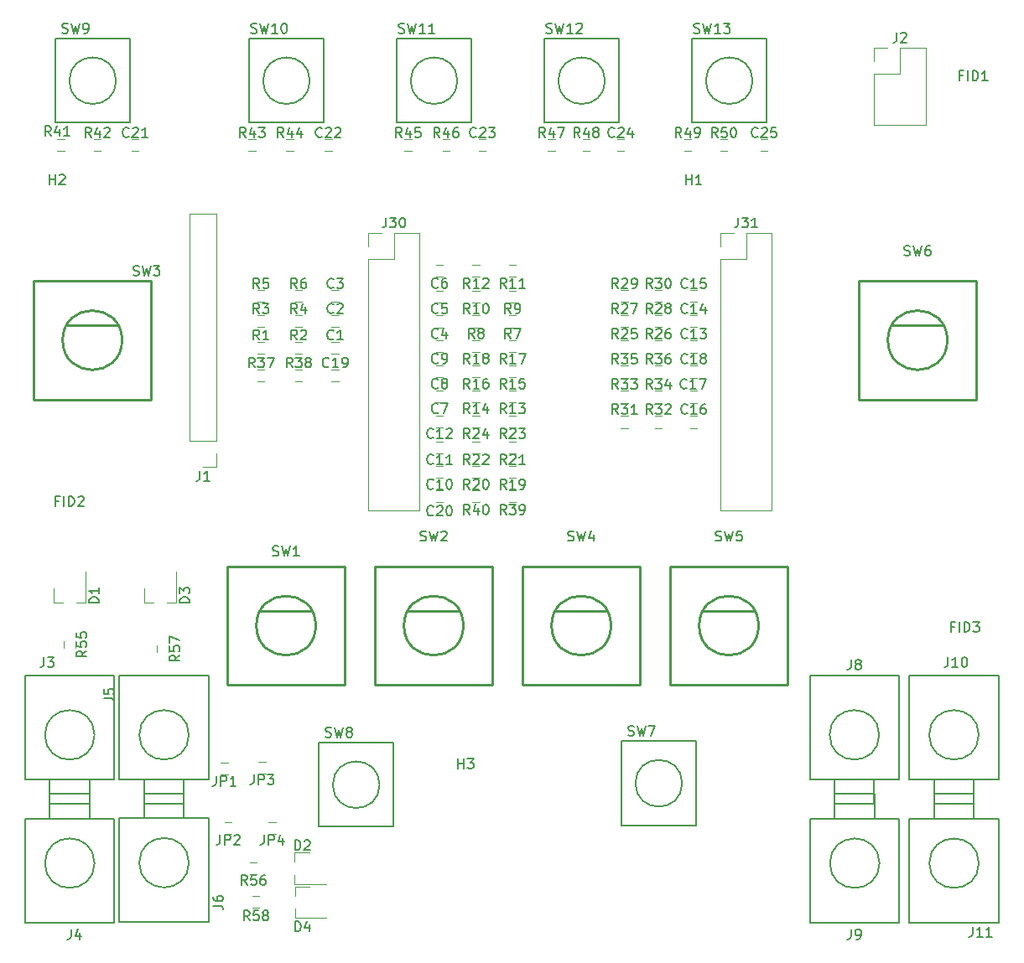
<source format=gto>
G04 #@! TF.FileFunction,Legend,Top*
%FSLAX46Y46*%
G04 Gerber Fmt 4.6, Leading zero omitted, Abs format (unit mm)*
G04 Created by KiCad (PCBNEW 4.0.6) date 08/23/17 09:08:23*
%MOMM*%
%LPD*%
G01*
G04 APERTURE LIST*
%ADD10C,0.100000*%
%ADD11C,0.120000*%
%ADD12C,0.150000*%
%ADD13C,0.250000*%
G04 APERTURE END LIST*
D10*
D11*
X129481000Y-83342000D02*
X130181000Y-83342000D01*
X130181000Y-84542000D02*
X129481000Y-84542000D01*
X129481000Y-80675000D02*
X130181000Y-80675000D01*
X130181000Y-81875000D02*
X129481000Y-81875000D01*
X129481000Y-78135000D02*
X130181000Y-78135000D01*
X130181000Y-79335000D02*
X129481000Y-79335000D01*
X140722000Y-81888554D02*
X140022000Y-81888554D01*
X140022000Y-80688554D02*
X140722000Y-80688554D01*
X140722000Y-79362777D02*
X140022000Y-79362777D01*
X140022000Y-78162777D02*
X140722000Y-78162777D01*
X140722000Y-76795000D02*
X140022000Y-76795000D01*
X140022000Y-75595000D02*
X140722000Y-75595000D01*
X140722000Y-89465885D02*
X140022000Y-89465885D01*
X140022000Y-88265885D02*
X140722000Y-88265885D01*
X140722000Y-86955000D02*
X140022000Y-86955000D01*
X140022000Y-85755000D02*
X140722000Y-85755000D01*
X140722000Y-84414331D02*
X140022000Y-84414331D01*
X140022000Y-83214331D02*
X140722000Y-83214331D01*
X140722000Y-97115000D02*
X140022000Y-97115000D01*
X140022000Y-95915000D02*
X140722000Y-95915000D01*
X140722000Y-94617000D02*
X140022000Y-94617000D01*
X140022000Y-93417000D02*
X140722000Y-93417000D01*
X140722000Y-91991662D02*
X140022000Y-91991662D01*
X140022000Y-90791662D02*
X140722000Y-90791662D01*
X165678524Y-83215800D02*
X166378524Y-83215800D01*
X166378524Y-84415800D02*
X165678524Y-84415800D01*
X165678524Y-80675400D02*
X166378524Y-80675400D01*
X166378524Y-81875400D02*
X165678524Y-81875400D01*
X165678524Y-78135000D02*
X166378524Y-78135000D01*
X166378524Y-79335000D02*
X165678524Y-79335000D01*
X165678524Y-90837000D02*
X166378524Y-90837000D01*
X166378524Y-92037000D02*
X165678524Y-92037000D01*
X165678524Y-88306100D02*
X166378524Y-88306100D01*
X166378524Y-89506100D02*
X165678524Y-89506100D01*
X165678524Y-85756200D02*
X166378524Y-85756200D01*
X166378524Y-86956200D02*
X165678524Y-86956200D01*
X129481000Y-86136000D02*
X130181000Y-86136000D01*
X130181000Y-87336000D02*
X129481000Y-87336000D01*
X140722000Y-99528000D02*
X140022000Y-99528000D01*
X140022000Y-98328000D02*
X140722000Y-98328000D01*
X109288000Y-62895000D02*
X109988000Y-62895000D01*
X109988000Y-64095000D02*
X109288000Y-64095000D01*
X128785000Y-62895000D02*
X129485000Y-62895000D01*
X129485000Y-64095000D02*
X128785000Y-64095000D01*
X144340000Y-62895000D02*
X145040000Y-62895000D01*
X145040000Y-64095000D02*
X144340000Y-64095000D01*
X158310000Y-62895000D02*
X159010000Y-62895000D01*
X159010000Y-64095000D02*
X158310000Y-64095000D01*
X172788000Y-62895000D02*
X173488000Y-62895000D01*
X173488000Y-64095000D02*
X172788000Y-64095000D01*
X101454000Y-109721000D02*
X102384000Y-109721000D01*
X104614000Y-109721000D02*
X103684000Y-109721000D01*
X104614000Y-109721000D02*
X104614000Y-106561000D01*
X101454000Y-109721000D02*
X101454000Y-108261000D01*
X125745000Y-134940000D02*
X125745000Y-135870000D01*
X125745000Y-138100000D02*
X125745000Y-137170000D01*
X125745000Y-138100000D02*
X128905000Y-138100000D01*
X125745000Y-134940000D02*
X127205000Y-134940000D01*
X110598000Y-109721000D02*
X111528000Y-109721000D01*
X113758000Y-109721000D02*
X112828000Y-109721000D01*
X113758000Y-109721000D02*
X113758000Y-106561000D01*
X110598000Y-109721000D02*
X110598000Y-108261000D01*
X125769000Y-138369000D02*
X125769000Y-139299000D01*
X125769000Y-141529000D02*
X125769000Y-140599000D01*
X125769000Y-141529000D02*
X128929000Y-141529000D01*
X125769000Y-138369000D02*
X127229000Y-138369000D01*
X117826000Y-70420000D02*
X115166000Y-70420000D01*
X117826000Y-93340000D02*
X117826000Y-70420000D01*
X115166000Y-93340000D02*
X115166000Y-70420000D01*
X117826000Y-93340000D02*
X115166000Y-93340000D01*
X117826000Y-94610000D02*
X117826000Y-95940000D01*
X117826000Y-95940000D02*
X116496000Y-95940000D01*
X184254000Y-61396000D02*
X189454000Y-61396000D01*
X184254000Y-56256000D02*
X184254000Y-61396000D01*
X189454000Y-53656000D02*
X189454000Y-61396000D01*
X184254000Y-56256000D02*
X186854000Y-56256000D01*
X186854000Y-56256000D02*
X186854000Y-53656000D01*
X186854000Y-53656000D02*
X189454000Y-53656000D01*
X184254000Y-54986000D02*
X184254000Y-53656000D01*
X184254000Y-53656000D02*
X185584000Y-53656000D01*
D12*
X105534000Y-123048000D02*
G75*
G03X105534000Y-123048000I-2500000J0D01*
G01*
X105034000Y-130048000D02*
X105034000Y-127548000D01*
X101034000Y-130048000D02*
X105034000Y-130048000D01*
X101034000Y-127548000D02*
X101034000Y-130048000D01*
X107534000Y-117048000D02*
X102534000Y-117048000D01*
X107534000Y-127548000D02*
X107534000Y-117048000D01*
X98534000Y-127548000D02*
X107534000Y-127548000D01*
X98534000Y-117048000D02*
X98534000Y-127548000D01*
X103034000Y-117048000D02*
X98534000Y-117048000D01*
X105534000Y-136008000D02*
G75*
G03X105534000Y-136008000I-2500000J0D01*
G01*
X101034000Y-129008000D02*
X101034000Y-131508000D01*
X105034000Y-129008000D02*
X101034000Y-129008000D01*
X105034000Y-131508000D02*
X105034000Y-129008000D01*
X98534000Y-142008000D02*
X103534000Y-142008000D01*
X98534000Y-131508000D02*
X98534000Y-142008000D01*
X107534000Y-131508000D02*
X98534000Y-131508000D01*
X107534000Y-142008000D02*
X107534000Y-131508000D01*
X103034000Y-142008000D02*
X107534000Y-142008000D01*
X115059000Y-123048000D02*
G75*
G03X115059000Y-123048000I-2500000J0D01*
G01*
X114559000Y-130048000D02*
X114559000Y-127548000D01*
X110559000Y-130048000D02*
X114559000Y-130048000D01*
X110559000Y-127548000D02*
X110559000Y-130048000D01*
X117059000Y-117048000D02*
X112059000Y-117048000D01*
X117059000Y-127548000D02*
X117059000Y-117048000D01*
X108059000Y-127548000D02*
X117059000Y-127548000D01*
X108059000Y-117048000D02*
X108059000Y-127548000D01*
X112559000Y-117048000D02*
X108059000Y-117048000D01*
X115059000Y-135963000D02*
G75*
G03X115059000Y-135963000I-2500000J0D01*
G01*
X110559000Y-128963000D02*
X110559000Y-131463000D01*
X114559000Y-128963000D02*
X110559000Y-128963000D01*
X114559000Y-131463000D02*
X114559000Y-128963000D01*
X108059000Y-141963000D02*
X113059000Y-141963000D01*
X108059000Y-131463000D02*
X108059000Y-141963000D01*
X117059000Y-131463000D02*
X108059000Y-131463000D01*
X117059000Y-141963000D02*
X117059000Y-131463000D01*
X112559000Y-141963000D02*
X117059000Y-141963000D01*
X184750000Y-123048000D02*
G75*
G03X184750000Y-123048000I-2500000J0D01*
G01*
X184250000Y-130048000D02*
X184250000Y-127548000D01*
X180250000Y-130048000D02*
X184250000Y-130048000D01*
X180250000Y-127548000D02*
X180250000Y-130048000D01*
X186750000Y-117048000D02*
X181750000Y-117048000D01*
X186750000Y-127548000D02*
X186750000Y-117048000D01*
X177750000Y-127548000D02*
X186750000Y-127548000D01*
X177750000Y-117048000D02*
X177750000Y-127548000D01*
X182250000Y-117048000D02*
X177750000Y-117048000D01*
X184782000Y-136012000D02*
G75*
G03X184782000Y-136012000I-2500000J0D01*
G01*
X180282000Y-129012000D02*
X180282000Y-131512000D01*
X184282000Y-129012000D02*
X180282000Y-129012000D01*
X184282000Y-131512000D02*
X184282000Y-129012000D01*
X177782000Y-142012000D02*
X182782000Y-142012000D01*
X177782000Y-131512000D02*
X177782000Y-142012000D01*
X186782000Y-131512000D02*
X177782000Y-131512000D01*
X186782000Y-142012000D02*
X186782000Y-131512000D01*
X182282000Y-142012000D02*
X186782000Y-142012000D01*
X194804000Y-123048000D02*
G75*
G03X194804000Y-123048000I-2500000J0D01*
G01*
X194304000Y-130048000D02*
X194304000Y-127548000D01*
X190304000Y-130048000D02*
X194304000Y-130048000D01*
X190304000Y-127548000D02*
X190304000Y-130048000D01*
X196804000Y-117048000D02*
X191804000Y-117048000D01*
X196804000Y-127548000D02*
X196804000Y-117048000D01*
X187804000Y-127548000D02*
X196804000Y-127548000D01*
X187804000Y-117048000D02*
X187804000Y-127548000D01*
X192304000Y-117048000D02*
X187804000Y-117048000D01*
X194815000Y-136012000D02*
G75*
G03X194815000Y-136012000I-2500000J0D01*
G01*
X190315000Y-129012000D02*
X190315000Y-131512000D01*
X194315000Y-129012000D02*
X190315000Y-129012000D01*
X194315000Y-131512000D02*
X194315000Y-129012000D01*
X187815000Y-142012000D02*
X192815000Y-142012000D01*
X187815000Y-131512000D02*
X187815000Y-142012000D01*
X196815000Y-131512000D02*
X187815000Y-131512000D01*
X196815000Y-142012000D02*
X196815000Y-131512000D01*
X192315000Y-142012000D02*
X196815000Y-142012000D01*
D11*
X133165000Y-100406000D02*
X138365000Y-100406000D01*
X133165000Y-74946000D02*
X133165000Y-100406000D01*
X138365000Y-72346000D02*
X138365000Y-100406000D01*
X133165000Y-74946000D02*
X135765000Y-74946000D01*
X135765000Y-74946000D02*
X135765000Y-72346000D01*
X135765000Y-72346000D02*
X138365000Y-72346000D01*
X133165000Y-73676000D02*
X133165000Y-72346000D01*
X133165000Y-72346000D02*
X134495000Y-72346000D01*
X168715000Y-100406000D02*
X173915000Y-100406000D01*
X168715000Y-74946000D02*
X168715000Y-100406000D01*
X173915000Y-72346000D02*
X173915000Y-100406000D01*
X168715000Y-74946000D02*
X171315000Y-74946000D01*
X171315000Y-74946000D02*
X171315000Y-72346000D01*
X171315000Y-72346000D02*
X173915000Y-72346000D01*
X168715000Y-73676000D02*
X168715000Y-72346000D01*
X168715000Y-72346000D02*
X170045000Y-72346000D01*
X119386000Y-133056000D02*
X118686000Y-133056000D01*
X118686000Y-131856000D02*
X119386000Y-131856000D01*
X122815000Y-126960000D02*
X122115000Y-126960000D01*
X122115000Y-125760000D02*
X122815000Y-125760000D01*
X123831000Y-133056000D02*
X123131000Y-133056000D01*
X123131000Y-131856000D02*
X123831000Y-131856000D01*
X121988000Y-83342000D02*
X122688000Y-83342000D01*
X122688000Y-84542000D02*
X121988000Y-84542000D01*
X125798000Y-83342000D02*
X126498000Y-83342000D01*
X126498000Y-84542000D02*
X125798000Y-84542000D01*
X121988000Y-80675000D02*
X122688000Y-80675000D01*
X122688000Y-81875000D02*
X121988000Y-81875000D01*
X125798000Y-80675000D02*
X126498000Y-80675000D01*
X126498000Y-81875000D02*
X125798000Y-81875000D01*
X121988000Y-78135000D02*
X122688000Y-78135000D01*
X122688000Y-79335000D02*
X121988000Y-79335000D01*
X125798000Y-78135000D02*
X126498000Y-78135000D01*
X126498000Y-79335000D02*
X125798000Y-79335000D01*
X148088000Y-81888554D02*
X147388000Y-81888554D01*
X147388000Y-80688554D02*
X148088000Y-80688554D01*
X144405000Y-81888554D02*
X143705000Y-81888554D01*
X143705000Y-80688554D02*
X144405000Y-80688554D01*
X148088000Y-79362777D02*
X147388000Y-79362777D01*
X147388000Y-78162777D02*
X148088000Y-78162777D01*
X144405000Y-79362777D02*
X143705000Y-79362777D01*
X143705000Y-78162777D02*
X144405000Y-78162777D01*
X148088000Y-76795000D02*
X147388000Y-76795000D01*
X147388000Y-75595000D02*
X148088000Y-75595000D01*
X144405000Y-76795000D02*
X143705000Y-76795000D01*
X143705000Y-75595000D02*
X144405000Y-75595000D01*
X148088000Y-89465885D02*
X147388000Y-89465885D01*
X147388000Y-88265885D02*
X148088000Y-88265885D01*
X144405000Y-89465885D02*
X143705000Y-89465885D01*
X143705000Y-88265885D02*
X144405000Y-88265885D01*
X148088000Y-86955000D02*
X147388000Y-86955000D01*
X147388000Y-85755000D02*
X148088000Y-85755000D01*
X144405000Y-86955000D02*
X143705000Y-86955000D01*
X143705000Y-85755000D02*
X144405000Y-85755000D01*
X148088000Y-84414331D02*
X147388000Y-84414331D01*
X147388000Y-83214331D02*
X148088000Y-83214331D01*
X144405000Y-84414331D02*
X143705000Y-84414331D01*
X143705000Y-83214331D02*
X144405000Y-83214331D01*
X148088000Y-97115000D02*
X147388000Y-97115000D01*
X147388000Y-95915000D02*
X148088000Y-95915000D01*
X144405000Y-97115000D02*
X143705000Y-97115000D01*
X143705000Y-95915000D02*
X144405000Y-95915000D01*
X148088000Y-94617000D02*
X147388000Y-94617000D01*
X147388000Y-93417000D02*
X148088000Y-93417000D01*
X144405000Y-94617000D02*
X143705000Y-94617000D01*
X143705000Y-93417000D02*
X144405000Y-93417000D01*
X148088000Y-91991662D02*
X147388000Y-91991662D01*
X147388000Y-90791662D02*
X148088000Y-90791662D01*
X144405000Y-91991662D02*
X143705000Y-91991662D01*
X143705000Y-90791662D02*
X144405000Y-90791662D01*
X158691000Y-83215800D02*
X159391000Y-83215800D01*
X159391000Y-84415800D02*
X158691000Y-84415800D01*
X162120000Y-83215800D02*
X162820000Y-83215800D01*
X162820000Y-84415800D02*
X162120000Y-84415800D01*
X158691000Y-80675400D02*
X159391000Y-80675400D01*
X159391000Y-81875400D02*
X158691000Y-81875400D01*
X162120000Y-80675400D02*
X162820000Y-80675400D01*
X162820000Y-81875400D02*
X162120000Y-81875400D01*
X158691000Y-78135000D02*
X159391000Y-78135000D01*
X159391000Y-79335000D02*
X158691000Y-79335000D01*
X162120000Y-78135000D02*
X162820000Y-78135000D01*
X162820000Y-79335000D02*
X162120000Y-79335000D01*
X158691000Y-90837000D02*
X159391000Y-90837000D01*
X159391000Y-92037000D02*
X158691000Y-92037000D01*
X162120000Y-90837000D02*
X162820000Y-90837000D01*
X162820000Y-92037000D02*
X162120000Y-92037000D01*
X158691000Y-88306100D02*
X159391000Y-88306100D01*
X159391000Y-89506100D02*
X158691000Y-89506100D01*
X162120000Y-88306100D02*
X162820000Y-88306100D01*
X162820000Y-89506100D02*
X162120000Y-89506100D01*
X158691000Y-85756200D02*
X159391000Y-85756200D01*
X159391000Y-86956200D02*
X158691000Y-86956200D01*
X162120000Y-85756200D02*
X162820000Y-85756200D01*
X162820000Y-86956200D02*
X162120000Y-86956200D01*
X121988000Y-86136000D02*
X122688000Y-86136000D01*
X122688000Y-87336000D02*
X121988000Y-87336000D01*
X125798000Y-86136000D02*
X126498000Y-86136000D01*
X126498000Y-87336000D02*
X125798000Y-87336000D01*
X148088000Y-99528000D02*
X147388000Y-99528000D01*
X147388000Y-98328000D02*
X148088000Y-98328000D01*
X144405000Y-99528000D02*
X143705000Y-99528000D01*
X143705000Y-98328000D02*
X144405000Y-98328000D01*
X101795000Y-62895000D02*
X102495000Y-62895000D01*
X102495000Y-64095000D02*
X101795000Y-64095000D01*
X105478000Y-62895000D02*
X106178000Y-62895000D01*
X106178000Y-64095000D02*
X105478000Y-64095000D01*
X121099000Y-62895000D02*
X121799000Y-62895000D01*
X121799000Y-64095000D02*
X121099000Y-64095000D01*
X124909000Y-62895000D02*
X125609000Y-62895000D01*
X125609000Y-64095000D02*
X124909000Y-64095000D01*
X136847000Y-62895000D02*
X137547000Y-62895000D01*
X137547000Y-64095000D02*
X136847000Y-64095000D01*
X140686571Y-62895000D02*
X141386571Y-62895000D01*
X141386571Y-64095000D02*
X140686571Y-64095000D01*
X151325000Y-62895000D02*
X152025000Y-62895000D01*
X152025000Y-64095000D02*
X151325000Y-64095000D01*
X154836571Y-62895000D02*
X155536571Y-62895000D01*
X155536571Y-64095000D02*
X154836571Y-64095000D01*
X165081001Y-62895000D02*
X165781001Y-62895000D01*
X165781001Y-64095000D02*
X165081001Y-64095000D01*
X168724000Y-62895000D02*
X169424000Y-62895000D01*
X169424000Y-64095000D02*
X168724000Y-64095000D01*
X103634000Y-113564000D02*
X103634000Y-114264000D01*
X102434000Y-114264000D02*
X102434000Y-113564000D01*
X121926000Y-137120000D02*
X121226000Y-137120000D01*
X121226000Y-135920000D02*
X121926000Y-135920000D01*
X113032000Y-114006000D02*
X113032000Y-114706000D01*
X111832000Y-114706000D02*
X111832000Y-114006000D01*
X122180000Y-140549000D02*
X121480000Y-140549000D01*
X121480000Y-139349000D02*
X122180000Y-139349000D01*
D13*
X122278000Y-110513000D02*
X127478000Y-110513000D01*
X127878000Y-112013000D02*
G75*
G03X127878000Y-112013000I-3000000J0D01*
G01*
X118978000Y-118013000D02*
X118978000Y-106013000D01*
X118978000Y-106013000D02*
X130778000Y-106013000D01*
X130778000Y-106013000D02*
X130778000Y-118013000D01*
X130778000Y-118013000D02*
X118978000Y-118013000D01*
X137179333Y-110513000D02*
X142379333Y-110513000D01*
X142779333Y-112013000D02*
G75*
G03X142779333Y-112013000I-3000000J0D01*
G01*
X133879333Y-118013000D02*
X133879333Y-106013000D01*
X133879333Y-106013000D02*
X145679333Y-106013000D01*
X145679333Y-106013000D02*
X145679333Y-118013000D01*
X145679333Y-118013000D02*
X133879333Y-118013000D01*
X102720000Y-81680000D02*
X107920000Y-81680000D01*
X108320000Y-83180000D02*
G75*
G03X108320000Y-83180000I-3000000J0D01*
G01*
X99420000Y-89180000D02*
X99420000Y-77180000D01*
X99420000Y-77180000D02*
X111220000Y-77180000D01*
X111220000Y-77180000D02*
X111220000Y-89180000D01*
X111220000Y-89180000D02*
X99420000Y-89180000D01*
X152080666Y-110513000D02*
X157280666Y-110513000D01*
X157680666Y-112013000D02*
G75*
G03X157680666Y-112013000I-3000000J0D01*
G01*
X148780666Y-118013000D02*
X148780666Y-106013000D01*
X148780666Y-106013000D02*
X160580666Y-106013000D01*
X160580666Y-106013000D02*
X160580666Y-118013000D01*
X160580666Y-118013000D02*
X148780666Y-118013000D01*
X166981999Y-110513000D02*
X172181999Y-110513000D01*
X172581999Y-112013000D02*
G75*
G03X172581999Y-112013000I-3000000J0D01*
G01*
X163681999Y-118013000D02*
X163681999Y-106013000D01*
X163681999Y-106013000D02*
X175481999Y-106013000D01*
X175481999Y-106013000D02*
X175481999Y-118013000D01*
X175481999Y-118013000D02*
X163681999Y-118013000D01*
X186032000Y-81680000D02*
X191232000Y-81680000D01*
X191632000Y-83180000D02*
G75*
G03X191632000Y-83180000I-3000000J0D01*
G01*
X182732000Y-89180000D02*
X182732000Y-77180000D01*
X182732000Y-77180000D02*
X194532000Y-77180000D01*
X194532000Y-77180000D02*
X194532000Y-89180000D01*
X194532000Y-89180000D02*
X182732000Y-89180000D01*
D12*
X164864495Y-127936000D02*
G75*
G03X164864495Y-127936000I-2358495J0D01*
G01*
X158756000Y-123686000D02*
X166256000Y-123686000D01*
X166256000Y-123686000D02*
X166256000Y-132186000D01*
X166256000Y-132186000D02*
X158756000Y-132186000D01*
X158756000Y-132186000D02*
X158756000Y-123686000D01*
X134312495Y-128086000D02*
G75*
G03X134312495Y-128086000I-2358495J0D01*
G01*
X128204000Y-123836000D02*
X135704000Y-123836000D01*
X135704000Y-123836000D02*
X135704000Y-132336000D01*
X135704000Y-132336000D02*
X128204000Y-132336000D01*
X128204000Y-132336000D02*
X128204000Y-123836000D01*
X107714495Y-56966000D02*
G75*
G03X107714495Y-56966000I-2358495J0D01*
G01*
X101606000Y-52716000D02*
X109106000Y-52716000D01*
X109106000Y-52716000D02*
X109106000Y-61216000D01*
X109106000Y-61216000D02*
X101606000Y-61216000D01*
X101606000Y-61216000D02*
X101606000Y-52716000D01*
X127272495Y-56966000D02*
G75*
G03X127272495Y-56966000I-2358495J0D01*
G01*
X121164000Y-52716000D02*
X128664000Y-52716000D01*
X128664000Y-52716000D02*
X128664000Y-61216000D01*
X128664000Y-61216000D02*
X121164000Y-61216000D01*
X121164000Y-61216000D02*
X121164000Y-52716000D01*
X142173828Y-56966000D02*
G75*
G03X142173828Y-56966000I-2358495J0D01*
G01*
X136065333Y-52716000D02*
X143565333Y-52716000D01*
X143565333Y-52716000D02*
X143565333Y-61216000D01*
X143565333Y-61216000D02*
X136065333Y-61216000D01*
X136065333Y-61216000D02*
X136065333Y-52716000D01*
X157075161Y-56966000D02*
G75*
G03X157075161Y-56966000I-2358495J0D01*
G01*
X150966666Y-52716000D02*
X158466666Y-52716000D01*
X158466666Y-52716000D02*
X158466666Y-61216000D01*
X158466666Y-61216000D02*
X150966666Y-61216000D01*
X150966666Y-61216000D02*
X150966666Y-52716000D01*
X171976494Y-56966000D02*
G75*
G03X171976494Y-56966000I-2358495J0D01*
G01*
X165867999Y-52716000D02*
X173367999Y-52716000D01*
X173367999Y-52716000D02*
X173367999Y-61216000D01*
X173367999Y-61216000D02*
X165867999Y-61216000D01*
X165867999Y-61216000D02*
X165867999Y-52716000D01*
D11*
X119005000Y-127087000D02*
X118305000Y-127087000D01*
X118305000Y-125887000D02*
X119005000Y-125887000D01*
D12*
X129664334Y-83049143D02*
X129616715Y-83096762D01*
X129473858Y-83144381D01*
X129378620Y-83144381D01*
X129235762Y-83096762D01*
X129140524Y-83001524D01*
X129092905Y-82906286D01*
X129045286Y-82715810D01*
X129045286Y-82572952D01*
X129092905Y-82382476D01*
X129140524Y-82287238D01*
X129235762Y-82192000D01*
X129378620Y-82144381D01*
X129473858Y-82144381D01*
X129616715Y-82192000D01*
X129664334Y-82239619D01*
X130616715Y-83144381D02*
X130045286Y-83144381D01*
X130331000Y-83144381D02*
X130331000Y-82144381D01*
X130235762Y-82287238D01*
X130140524Y-82382476D01*
X130045286Y-82430095D01*
X129664334Y-80382143D02*
X129616715Y-80429762D01*
X129473858Y-80477381D01*
X129378620Y-80477381D01*
X129235762Y-80429762D01*
X129140524Y-80334524D01*
X129092905Y-80239286D01*
X129045286Y-80048810D01*
X129045286Y-79905952D01*
X129092905Y-79715476D01*
X129140524Y-79620238D01*
X129235762Y-79525000D01*
X129378620Y-79477381D01*
X129473858Y-79477381D01*
X129616715Y-79525000D01*
X129664334Y-79572619D01*
X130045286Y-79572619D02*
X130092905Y-79525000D01*
X130188143Y-79477381D01*
X130426239Y-79477381D01*
X130521477Y-79525000D01*
X130569096Y-79572619D01*
X130616715Y-79667857D01*
X130616715Y-79763095D01*
X130569096Y-79905952D01*
X129997667Y-80477381D01*
X130616715Y-80477381D01*
X129664334Y-77842143D02*
X129616715Y-77889762D01*
X129473858Y-77937381D01*
X129378620Y-77937381D01*
X129235762Y-77889762D01*
X129140524Y-77794524D01*
X129092905Y-77699286D01*
X129045286Y-77508810D01*
X129045286Y-77365952D01*
X129092905Y-77175476D01*
X129140524Y-77080238D01*
X129235762Y-76985000D01*
X129378620Y-76937381D01*
X129473858Y-76937381D01*
X129616715Y-76985000D01*
X129664334Y-77032619D01*
X129997667Y-76937381D02*
X130616715Y-76937381D01*
X130283381Y-77318333D01*
X130426239Y-77318333D01*
X130521477Y-77365952D01*
X130569096Y-77413571D01*
X130616715Y-77508810D01*
X130616715Y-77746905D01*
X130569096Y-77842143D01*
X130521477Y-77889762D01*
X130426239Y-77937381D01*
X130140524Y-77937381D01*
X130045286Y-77889762D01*
X129997667Y-77842143D01*
X140205334Y-82895697D02*
X140157715Y-82943316D01*
X140014858Y-82990935D01*
X139919620Y-82990935D01*
X139776762Y-82943316D01*
X139681524Y-82848078D01*
X139633905Y-82752840D01*
X139586286Y-82562364D01*
X139586286Y-82419506D01*
X139633905Y-82229030D01*
X139681524Y-82133792D01*
X139776762Y-82038554D01*
X139919620Y-81990935D01*
X140014858Y-81990935D01*
X140157715Y-82038554D01*
X140205334Y-82086173D01*
X141062477Y-82324268D02*
X141062477Y-82990935D01*
X140824381Y-81943316D02*
X140586286Y-82657602D01*
X141205334Y-82657602D01*
X140205334Y-80369920D02*
X140157715Y-80417539D01*
X140014858Y-80465158D01*
X139919620Y-80465158D01*
X139776762Y-80417539D01*
X139681524Y-80322301D01*
X139633905Y-80227063D01*
X139586286Y-80036587D01*
X139586286Y-79893729D01*
X139633905Y-79703253D01*
X139681524Y-79608015D01*
X139776762Y-79512777D01*
X139919620Y-79465158D01*
X140014858Y-79465158D01*
X140157715Y-79512777D01*
X140205334Y-79560396D01*
X141110096Y-79465158D02*
X140633905Y-79465158D01*
X140586286Y-79941348D01*
X140633905Y-79893729D01*
X140729143Y-79846110D01*
X140967239Y-79846110D01*
X141062477Y-79893729D01*
X141110096Y-79941348D01*
X141157715Y-80036587D01*
X141157715Y-80274682D01*
X141110096Y-80369920D01*
X141062477Y-80417539D01*
X140967239Y-80465158D01*
X140729143Y-80465158D01*
X140633905Y-80417539D01*
X140586286Y-80369920D01*
X140205334Y-77802143D02*
X140157715Y-77849762D01*
X140014858Y-77897381D01*
X139919620Y-77897381D01*
X139776762Y-77849762D01*
X139681524Y-77754524D01*
X139633905Y-77659286D01*
X139586286Y-77468810D01*
X139586286Y-77325952D01*
X139633905Y-77135476D01*
X139681524Y-77040238D01*
X139776762Y-76945000D01*
X139919620Y-76897381D01*
X140014858Y-76897381D01*
X140157715Y-76945000D01*
X140205334Y-76992619D01*
X141062477Y-76897381D02*
X140872000Y-76897381D01*
X140776762Y-76945000D01*
X140729143Y-76992619D01*
X140633905Y-77135476D01*
X140586286Y-77325952D01*
X140586286Y-77706905D01*
X140633905Y-77802143D01*
X140681524Y-77849762D01*
X140776762Y-77897381D01*
X140967239Y-77897381D01*
X141062477Y-77849762D01*
X141110096Y-77802143D01*
X141157715Y-77706905D01*
X141157715Y-77468810D01*
X141110096Y-77373571D01*
X141062477Y-77325952D01*
X140967239Y-77278333D01*
X140776762Y-77278333D01*
X140681524Y-77325952D01*
X140633905Y-77373571D01*
X140586286Y-77468810D01*
X140205334Y-90473028D02*
X140157715Y-90520647D01*
X140014858Y-90568266D01*
X139919620Y-90568266D01*
X139776762Y-90520647D01*
X139681524Y-90425409D01*
X139633905Y-90330171D01*
X139586286Y-90139695D01*
X139586286Y-89996837D01*
X139633905Y-89806361D01*
X139681524Y-89711123D01*
X139776762Y-89615885D01*
X139919620Y-89568266D01*
X140014858Y-89568266D01*
X140157715Y-89615885D01*
X140205334Y-89663504D01*
X140538667Y-89568266D02*
X141205334Y-89568266D01*
X140776762Y-90568266D01*
X140205334Y-87962143D02*
X140157715Y-88009762D01*
X140014858Y-88057381D01*
X139919620Y-88057381D01*
X139776762Y-88009762D01*
X139681524Y-87914524D01*
X139633905Y-87819286D01*
X139586286Y-87628810D01*
X139586286Y-87485952D01*
X139633905Y-87295476D01*
X139681524Y-87200238D01*
X139776762Y-87105000D01*
X139919620Y-87057381D01*
X140014858Y-87057381D01*
X140157715Y-87105000D01*
X140205334Y-87152619D01*
X140776762Y-87485952D02*
X140681524Y-87438333D01*
X140633905Y-87390714D01*
X140586286Y-87295476D01*
X140586286Y-87247857D01*
X140633905Y-87152619D01*
X140681524Y-87105000D01*
X140776762Y-87057381D01*
X140967239Y-87057381D01*
X141062477Y-87105000D01*
X141110096Y-87152619D01*
X141157715Y-87247857D01*
X141157715Y-87295476D01*
X141110096Y-87390714D01*
X141062477Y-87438333D01*
X140967239Y-87485952D01*
X140776762Y-87485952D01*
X140681524Y-87533571D01*
X140633905Y-87581190D01*
X140586286Y-87676429D01*
X140586286Y-87866905D01*
X140633905Y-87962143D01*
X140681524Y-88009762D01*
X140776762Y-88057381D01*
X140967239Y-88057381D01*
X141062477Y-88009762D01*
X141110096Y-87962143D01*
X141157715Y-87866905D01*
X141157715Y-87676429D01*
X141110096Y-87581190D01*
X141062477Y-87533571D01*
X140967239Y-87485952D01*
X140205334Y-85421474D02*
X140157715Y-85469093D01*
X140014858Y-85516712D01*
X139919620Y-85516712D01*
X139776762Y-85469093D01*
X139681524Y-85373855D01*
X139633905Y-85278617D01*
X139586286Y-85088141D01*
X139586286Y-84945283D01*
X139633905Y-84754807D01*
X139681524Y-84659569D01*
X139776762Y-84564331D01*
X139919620Y-84516712D01*
X140014858Y-84516712D01*
X140157715Y-84564331D01*
X140205334Y-84611950D01*
X140681524Y-85516712D02*
X140872000Y-85516712D01*
X140967239Y-85469093D01*
X141014858Y-85421474D01*
X141110096Y-85278617D01*
X141157715Y-85088141D01*
X141157715Y-84707188D01*
X141110096Y-84611950D01*
X141062477Y-84564331D01*
X140967239Y-84516712D01*
X140776762Y-84516712D01*
X140681524Y-84564331D01*
X140633905Y-84611950D01*
X140586286Y-84707188D01*
X140586286Y-84945283D01*
X140633905Y-85040521D01*
X140681524Y-85088141D01*
X140776762Y-85135760D01*
X140967239Y-85135760D01*
X141062477Y-85088141D01*
X141110096Y-85040521D01*
X141157715Y-84945283D01*
X139729143Y-98122143D02*
X139681524Y-98169762D01*
X139538667Y-98217381D01*
X139443429Y-98217381D01*
X139300571Y-98169762D01*
X139205333Y-98074524D01*
X139157714Y-97979286D01*
X139110095Y-97788810D01*
X139110095Y-97645952D01*
X139157714Y-97455476D01*
X139205333Y-97360238D01*
X139300571Y-97265000D01*
X139443429Y-97217381D01*
X139538667Y-97217381D01*
X139681524Y-97265000D01*
X139729143Y-97312619D01*
X140681524Y-98217381D02*
X140110095Y-98217381D01*
X140395809Y-98217381D02*
X140395809Y-97217381D01*
X140300571Y-97360238D01*
X140205333Y-97455476D01*
X140110095Y-97503095D01*
X141300571Y-97217381D02*
X141395810Y-97217381D01*
X141491048Y-97265000D01*
X141538667Y-97312619D01*
X141586286Y-97407857D01*
X141633905Y-97598333D01*
X141633905Y-97836429D01*
X141586286Y-98026905D01*
X141538667Y-98122143D01*
X141491048Y-98169762D01*
X141395810Y-98217381D01*
X141300571Y-98217381D01*
X141205333Y-98169762D01*
X141157714Y-98122143D01*
X141110095Y-98026905D01*
X141062476Y-97836429D01*
X141062476Y-97598333D01*
X141110095Y-97407857D01*
X141157714Y-97312619D01*
X141205333Y-97265000D01*
X141300571Y-97217381D01*
X139729143Y-95624143D02*
X139681524Y-95671762D01*
X139538667Y-95719381D01*
X139443429Y-95719381D01*
X139300571Y-95671762D01*
X139205333Y-95576524D01*
X139157714Y-95481286D01*
X139110095Y-95290810D01*
X139110095Y-95147952D01*
X139157714Y-94957476D01*
X139205333Y-94862238D01*
X139300571Y-94767000D01*
X139443429Y-94719381D01*
X139538667Y-94719381D01*
X139681524Y-94767000D01*
X139729143Y-94814619D01*
X140681524Y-95719381D02*
X140110095Y-95719381D01*
X140395809Y-95719381D02*
X140395809Y-94719381D01*
X140300571Y-94862238D01*
X140205333Y-94957476D01*
X140110095Y-95005095D01*
X141633905Y-95719381D02*
X141062476Y-95719381D01*
X141348190Y-95719381D02*
X141348190Y-94719381D01*
X141252952Y-94862238D01*
X141157714Y-94957476D01*
X141062476Y-95005095D01*
X139729143Y-92998805D02*
X139681524Y-93046424D01*
X139538667Y-93094043D01*
X139443429Y-93094043D01*
X139300571Y-93046424D01*
X139205333Y-92951186D01*
X139157714Y-92855948D01*
X139110095Y-92665472D01*
X139110095Y-92522614D01*
X139157714Y-92332138D01*
X139205333Y-92236900D01*
X139300571Y-92141662D01*
X139443429Y-92094043D01*
X139538667Y-92094043D01*
X139681524Y-92141662D01*
X139729143Y-92189281D01*
X140681524Y-93094043D02*
X140110095Y-93094043D01*
X140395809Y-93094043D02*
X140395809Y-92094043D01*
X140300571Y-92236900D01*
X140205333Y-92332138D01*
X140110095Y-92379757D01*
X141062476Y-92189281D02*
X141110095Y-92141662D01*
X141205333Y-92094043D01*
X141443429Y-92094043D01*
X141538667Y-92141662D01*
X141586286Y-92189281D01*
X141633905Y-92284519D01*
X141633905Y-92379757D01*
X141586286Y-92522614D01*
X141014857Y-93094043D01*
X141633905Y-93094043D01*
X165385667Y-82922943D02*
X165338048Y-82970562D01*
X165195191Y-83018181D01*
X165099953Y-83018181D01*
X164957095Y-82970562D01*
X164861857Y-82875324D01*
X164814238Y-82780086D01*
X164766619Y-82589610D01*
X164766619Y-82446752D01*
X164814238Y-82256276D01*
X164861857Y-82161038D01*
X164957095Y-82065800D01*
X165099953Y-82018181D01*
X165195191Y-82018181D01*
X165338048Y-82065800D01*
X165385667Y-82113419D01*
X166338048Y-83018181D02*
X165766619Y-83018181D01*
X166052333Y-83018181D02*
X166052333Y-82018181D01*
X165957095Y-82161038D01*
X165861857Y-82256276D01*
X165766619Y-82303895D01*
X166671381Y-82018181D02*
X167290429Y-82018181D01*
X166957095Y-82399133D01*
X167099953Y-82399133D01*
X167195191Y-82446752D01*
X167242810Y-82494371D01*
X167290429Y-82589610D01*
X167290429Y-82827705D01*
X167242810Y-82922943D01*
X167195191Y-82970562D01*
X167099953Y-83018181D01*
X166814238Y-83018181D01*
X166719000Y-82970562D01*
X166671381Y-82922943D01*
X165385667Y-80382543D02*
X165338048Y-80430162D01*
X165195191Y-80477781D01*
X165099953Y-80477781D01*
X164957095Y-80430162D01*
X164861857Y-80334924D01*
X164814238Y-80239686D01*
X164766619Y-80049210D01*
X164766619Y-79906352D01*
X164814238Y-79715876D01*
X164861857Y-79620638D01*
X164957095Y-79525400D01*
X165099953Y-79477781D01*
X165195191Y-79477781D01*
X165338048Y-79525400D01*
X165385667Y-79573019D01*
X166338048Y-80477781D02*
X165766619Y-80477781D01*
X166052333Y-80477781D02*
X166052333Y-79477781D01*
X165957095Y-79620638D01*
X165861857Y-79715876D01*
X165766619Y-79763495D01*
X167195191Y-79811114D02*
X167195191Y-80477781D01*
X166957095Y-79430162D02*
X166719000Y-80144448D01*
X167338048Y-80144448D01*
X165385667Y-77842143D02*
X165338048Y-77889762D01*
X165195191Y-77937381D01*
X165099953Y-77937381D01*
X164957095Y-77889762D01*
X164861857Y-77794524D01*
X164814238Y-77699286D01*
X164766619Y-77508810D01*
X164766619Y-77365952D01*
X164814238Y-77175476D01*
X164861857Y-77080238D01*
X164957095Y-76985000D01*
X165099953Y-76937381D01*
X165195191Y-76937381D01*
X165338048Y-76985000D01*
X165385667Y-77032619D01*
X166338048Y-77937381D02*
X165766619Y-77937381D01*
X166052333Y-77937381D02*
X166052333Y-76937381D01*
X165957095Y-77080238D01*
X165861857Y-77175476D01*
X165766619Y-77223095D01*
X167242810Y-76937381D02*
X166766619Y-76937381D01*
X166719000Y-77413571D01*
X166766619Y-77365952D01*
X166861857Y-77318333D01*
X167099953Y-77318333D01*
X167195191Y-77365952D01*
X167242810Y-77413571D01*
X167290429Y-77508810D01*
X167290429Y-77746905D01*
X167242810Y-77842143D01*
X167195191Y-77889762D01*
X167099953Y-77937381D01*
X166861857Y-77937381D01*
X166766619Y-77889762D01*
X166719000Y-77842143D01*
X165385667Y-90544143D02*
X165338048Y-90591762D01*
X165195191Y-90639381D01*
X165099953Y-90639381D01*
X164957095Y-90591762D01*
X164861857Y-90496524D01*
X164814238Y-90401286D01*
X164766619Y-90210810D01*
X164766619Y-90067952D01*
X164814238Y-89877476D01*
X164861857Y-89782238D01*
X164957095Y-89687000D01*
X165099953Y-89639381D01*
X165195191Y-89639381D01*
X165338048Y-89687000D01*
X165385667Y-89734619D01*
X166338048Y-90639381D02*
X165766619Y-90639381D01*
X166052333Y-90639381D02*
X166052333Y-89639381D01*
X165957095Y-89782238D01*
X165861857Y-89877476D01*
X165766619Y-89925095D01*
X167195191Y-89639381D02*
X167004714Y-89639381D01*
X166909476Y-89687000D01*
X166861857Y-89734619D01*
X166766619Y-89877476D01*
X166719000Y-90067952D01*
X166719000Y-90448905D01*
X166766619Y-90544143D01*
X166814238Y-90591762D01*
X166909476Y-90639381D01*
X167099953Y-90639381D01*
X167195191Y-90591762D01*
X167242810Y-90544143D01*
X167290429Y-90448905D01*
X167290429Y-90210810D01*
X167242810Y-90115571D01*
X167195191Y-90067952D01*
X167099953Y-90020333D01*
X166909476Y-90020333D01*
X166814238Y-90067952D01*
X166766619Y-90115571D01*
X166719000Y-90210810D01*
X165304143Y-87994243D02*
X165256524Y-88041862D01*
X165113667Y-88089481D01*
X165018429Y-88089481D01*
X164875571Y-88041862D01*
X164780333Y-87946624D01*
X164732714Y-87851386D01*
X164685095Y-87660910D01*
X164685095Y-87518052D01*
X164732714Y-87327576D01*
X164780333Y-87232338D01*
X164875571Y-87137100D01*
X165018429Y-87089481D01*
X165113667Y-87089481D01*
X165256524Y-87137100D01*
X165304143Y-87184719D01*
X166256524Y-88089481D02*
X165685095Y-88089481D01*
X165970809Y-88089481D02*
X165970809Y-87089481D01*
X165875571Y-87232338D01*
X165780333Y-87327576D01*
X165685095Y-87375195D01*
X166589857Y-87089481D02*
X167256524Y-87089481D01*
X166827952Y-88089481D01*
X165385667Y-85463343D02*
X165338048Y-85510962D01*
X165195191Y-85558581D01*
X165099953Y-85558581D01*
X164957095Y-85510962D01*
X164861857Y-85415724D01*
X164814238Y-85320486D01*
X164766619Y-85130010D01*
X164766619Y-84987152D01*
X164814238Y-84796676D01*
X164861857Y-84701438D01*
X164957095Y-84606200D01*
X165099953Y-84558581D01*
X165195191Y-84558581D01*
X165338048Y-84606200D01*
X165385667Y-84653819D01*
X166338048Y-85558581D02*
X165766619Y-85558581D01*
X166052333Y-85558581D02*
X166052333Y-84558581D01*
X165957095Y-84701438D01*
X165861857Y-84796676D01*
X165766619Y-84844295D01*
X166909476Y-84987152D02*
X166814238Y-84939533D01*
X166766619Y-84891914D01*
X166719000Y-84796676D01*
X166719000Y-84749057D01*
X166766619Y-84653819D01*
X166814238Y-84606200D01*
X166909476Y-84558581D01*
X167099953Y-84558581D01*
X167195191Y-84606200D01*
X167242810Y-84653819D01*
X167290429Y-84749057D01*
X167290429Y-84796676D01*
X167242810Y-84891914D01*
X167195191Y-84939533D01*
X167099953Y-84987152D01*
X166909476Y-84987152D01*
X166814238Y-85034771D01*
X166766619Y-85082390D01*
X166719000Y-85177629D01*
X166719000Y-85368105D01*
X166766619Y-85463343D01*
X166814238Y-85510962D01*
X166909476Y-85558581D01*
X167099953Y-85558581D01*
X167195191Y-85510962D01*
X167242810Y-85463343D01*
X167290429Y-85368105D01*
X167290429Y-85177629D01*
X167242810Y-85082390D01*
X167195191Y-85034771D01*
X167099953Y-84987152D01*
X129188143Y-85843143D02*
X129140524Y-85890762D01*
X128997667Y-85938381D01*
X128902429Y-85938381D01*
X128759571Y-85890762D01*
X128664333Y-85795524D01*
X128616714Y-85700286D01*
X128569095Y-85509810D01*
X128569095Y-85366952D01*
X128616714Y-85176476D01*
X128664333Y-85081238D01*
X128759571Y-84986000D01*
X128902429Y-84938381D01*
X128997667Y-84938381D01*
X129140524Y-84986000D01*
X129188143Y-85033619D01*
X130140524Y-85938381D02*
X129569095Y-85938381D01*
X129854809Y-85938381D02*
X129854809Y-84938381D01*
X129759571Y-85081238D01*
X129664333Y-85176476D01*
X129569095Y-85224095D01*
X130616714Y-85938381D02*
X130807190Y-85938381D01*
X130902429Y-85890762D01*
X130950048Y-85843143D01*
X131045286Y-85700286D01*
X131092905Y-85509810D01*
X131092905Y-85128857D01*
X131045286Y-85033619D01*
X130997667Y-84986000D01*
X130902429Y-84938381D01*
X130711952Y-84938381D01*
X130616714Y-84986000D01*
X130569095Y-85033619D01*
X130521476Y-85128857D01*
X130521476Y-85366952D01*
X130569095Y-85462190D01*
X130616714Y-85509810D01*
X130711952Y-85557429D01*
X130902429Y-85557429D01*
X130997667Y-85509810D01*
X131045286Y-85462190D01*
X131092905Y-85366952D01*
X139729143Y-100809143D02*
X139681524Y-100856762D01*
X139538667Y-100904381D01*
X139443429Y-100904381D01*
X139300571Y-100856762D01*
X139205333Y-100761524D01*
X139157714Y-100666286D01*
X139110095Y-100475810D01*
X139110095Y-100332952D01*
X139157714Y-100142476D01*
X139205333Y-100047238D01*
X139300571Y-99952000D01*
X139443429Y-99904381D01*
X139538667Y-99904381D01*
X139681524Y-99952000D01*
X139729143Y-99999619D01*
X140110095Y-99999619D02*
X140157714Y-99952000D01*
X140252952Y-99904381D01*
X140491048Y-99904381D01*
X140586286Y-99952000D01*
X140633905Y-99999619D01*
X140681524Y-100094857D01*
X140681524Y-100190095D01*
X140633905Y-100332952D01*
X140062476Y-100904381D01*
X140681524Y-100904381D01*
X141300571Y-99904381D02*
X141395810Y-99904381D01*
X141491048Y-99952000D01*
X141538667Y-99999619D01*
X141586286Y-100094857D01*
X141633905Y-100285333D01*
X141633905Y-100523429D01*
X141586286Y-100713905D01*
X141538667Y-100809143D01*
X141491048Y-100856762D01*
X141395810Y-100904381D01*
X141300571Y-100904381D01*
X141205333Y-100856762D01*
X141157714Y-100809143D01*
X141110095Y-100713905D01*
X141062476Y-100523429D01*
X141062476Y-100285333D01*
X141110095Y-100094857D01*
X141157714Y-99999619D01*
X141205333Y-99952000D01*
X141300571Y-99904381D01*
X108995143Y-62582143D02*
X108947524Y-62629762D01*
X108804667Y-62677381D01*
X108709429Y-62677381D01*
X108566571Y-62629762D01*
X108471333Y-62534524D01*
X108423714Y-62439286D01*
X108376095Y-62248810D01*
X108376095Y-62105952D01*
X108423714Y-61915476D01*
X108471333Y-61820238D01*
X108566571Y-61725000D01*
X108709429Y-61677381D01*
X108804667Y-61677381D01*
X108947524Y-61725000D01*
X108995143Y-61772619D01*
X109376095Y-61772619D02*
X109423714Y-61725000D01*
X109518952Y-61677381D01*
X109757048Y-61677381D01*
X109852286Y-61725000D01*
X109899905Y-61772619D01*
X109947524Y-61867857D01*
X109947524Y-61963095D01*
X109899905Y-62105952D01*
X109328476Y-62677381D01*
X109947524Y-62677381D01*
X110899905Y-62677381D02*
X110328476Y-62677381D01*
X110614190Y-62677381D02*
X110614190Y-61677381D01*
X110518952Y-61820238D01*
X110423714Y-61915476D01*
X110328476Y-61963095D01*
X128492143Y-62602143D02*
X128444524Y-62649762D01*
X128301667Y-62697381D01*
X128206429Y-62697381D01*
X128063571Y-62649762D01*
X127968333Y-62554524D01*
X127920714Y-62459286D01*
X127873095Y-62268810D01*
X127873095Y-62125952D01*
X127920714Y-61935476D01*
X127968333Y-61840238D01*
X128063571Y-61745000D01*
X128206429Y-61697381D01*
X128301667Y-61697381D01*
X128444524Y-61745000D01*
X128492143Y-61792619D01*
X128873095Y-61792619D02*
X128920714Y-61745000D01*
X129015952Y-61697381D01*
X129254048Y-61697381D01*
X129349286Y-61745000D01*
X129396905Y-61792619D01*
X129444524Y-61887857D01*
X129444524Y-61983095D01*
X129396905Y-62125952D01*
X128825476Y-62697381D01*
X129444524Y-62697381D01*
X129825476Y-61792619D02*
X129873095Y-61745000D01*
X129968333Y-61697381D01*
X130206429Y-61697381D01*
X130301667Y-61745000D01*
X130349286Y-61792619D01*
X130396905Y-61887857D01*
X130396905Y-61983095D01*
X130349286Y-62125952D01*
X129777857Y-62697381D01*
X130396905Y-62697381D01*
X144047143Y-62602143D02*
X143999524Y-62649762D01*
X143856667Y-62697381D01*
X143761429Y-62697381D01*
X143618571Y-62649762D01*
X143523333Y-62554524D01*
X143475714Y-62459286D01*
X143428095Y-62268810D01*
X143428095Y-62125952D01*
X143475714Y-61935476D01*
X143523333Y-61840238D01*
X143618571Y-61745000D01*
X143761429Y-61697381D01*
X143856667Y-61697381D01*
X143999524Y-61745000D01*
X144047143Y-61792619D01*
X144428095Y-61792619D02*
X144475714Y-61745000D01*
X144570952Y-61697381D01*
X144809048Y-61697381D01*
X144904286Y-61745000D01*
X144951905Y-61792619D01*
X144999524Y-61887857D01*
X144999524Y-61983095D01*
X144951905Y-62125952D01*
X144380476Y-62697381D01*
X144999524Y-62697381D01*
X145332857Y-61697381D02*
X145951905Y-61697381D01*
X145618571Y-62078333D01*
X145761429Y-62078333D01*
X145856667Y-62125952D01*
X145904286Y-62173571D01*
X145951905Y-62268810D01*
X145951905Y-62506905D01*
X145904286Y-62602143D01*
X145856667Y-62649762D01*
X145761429Y-62697381D01*
X145475714Y-62697381D01*
X145380476Y-62649762D01*
X145332857Y-62602143D01*
X158017143Y-62602143D02*
X157969524Y-62649762D01*
X157826667Y-62697381D01*
X157731429Y-62697381D01*
X157588571Y-62649762D01*
X157493333Y-62554524D01*
X157445714Y-62459286D01*
X157398095Y-62268810D01*
X157398095Y-62125952D01*
X157445714Y-61935476D01*
X157493333Y-61840238D01*
X157588571Y-61745000D01*
X157731429Y-61697381D01*
X157826667Y-61697381D01*
X157969524Y-61745000D01*
X158017143Y-61792619D01*
X158398095Y-61792619D02*
X158445714Y-61745000D01*
X158540952Y-61697381D01*
X158779048Y-61697381D01*
X158874286Y-61745000D01*
X158921905Y-61792619D01*
X158969524Y-61887857D01*
X158969524Y-61983095D01*
X158921905Y-62125952D01*
X158350476Y-62697381D01*
X158969524Y-62697381D01*
X159826667Y-62030714D02*
X159826667Y-62697381D01*
X159588571Y-61649762D02*
X159350476Y-62364048D01*
X159969524Y-62364048D01*
X172495143Y-62602143D02*
X172447524Y-62649762D01*
X172304667Y-62697381D01*
X172209429Y-62697381D01*
X172066571Y-62649762D01*
X171971333Y-62554524D01*
X171923714Y-62459286D01*
X171876095Y-62268810D01*
X171876095Y-62125952D01*
X171923714Y-61935476D01*
X171971333Y-61840238D01*
X172066571Y-61745000D01*
X172209429Y-61697381D01*
X172304667Y-61697381D01*
X172447524Y-61745000D01*
X172495143Y-61792619D01*
X172876095Y-61792619D02*
X172923714Y-61745000D01*
X173018952Y-61697381D01*
X173257048Y-61697381D01*
X173352286Y-61745000D01*
X173399905Y-61792619D01*
X173447524Y-61887857D01*
X173447524Y-61983095D01*
X173399905Y-62125952D01*
X172828476Y-62697381D01*
X173447524Y-62697381D01*
X174352286Y-61697381D02*
X173876095Y-61697381D01*
X173828476Y-62173571D01*
X173876095Y-62125952D01*
X173971333Y-62078333D01*
X174209429Y-62078333D01*
X174304667Y-62125952D01*
X174352286Y-62173571D01*
X174399905Y-62268810D01*
X174399905Y-62506905D01*
X174352286Y-62602143D01*
X174304667Y-62649762D01*
X174209429Y-62697381D01*
X173971333Y-62697381D01*
X173876095Y-62649762D01*
X173828476Y-62602143D01*
X105986381Y-109699095D02*
X104986381Y-109699095D01*
X104986381Y-109461000D01*
X105034000Y-109318142D01*
X105129238Y-109222904D01*
X105224476Y-109175285D01*
X105414952Y-109127666D01*
X105557810Y-109127666D01*
X105748286Y-109175285D01*
X105843524Y-109222904D01*
X105938762Y-109318142D01*
X105986381Y-109461000D01*
X105986381Y-109699095D01*
X105986381Y-108175285D02*
X105986381Y-108746714D01*
X105986381Y-108461000D02*
X104986381Y-108461000D01*
X105129238Y-108556238D01*
X105224476Y-108651476D01*
X105272095Y-108746714D01*
X125766905Y-134686381D02*
X125766905Y-133686381D01*
X126005000Y-133686381D01*
X126147858Y-133734000D01*
X126243096Y-133829238D01*
X126290715Y-133924476D01*
X126338334Y-134114952D01*
X126338334Y-134257810D01*
X126290715Y-134448286D01*
X126243096Y-134543524D01*
X126147858Y-134638762D01*
X126005000Y-134686381D01*
X125766905Y-134686381D01*
X126719286Y-133781619D02*
X126766905Y-133734000D01*
X126862143Y-133686381D01*
X127100239Y-133686381D01*
X127195477Y-133734000D01*
X127243096Y-133781619D01*
X127290715Y-133876857D01*
X127290715Y-133972095D01*
X127243096Y-134114952D01*
X126671667Y-134686381D01*
X127290715Y-134686381D01*
X115130381Y-109699095D02*
X114130381Y-109699095D01*
X114130381Y-109461000D01*
X114178000Y-109318142D01*
X114273238Y-109222904D01*
X114368476Y-109175285D01*
X114558952Y-109127666D01*
X114701810Y-109127666D01*
X114892286Y-109175285D01*
X114987524Y-109222904D01*
X115082762Y-109318142D01*
X115130381Y-109461000D01*
X115130381Y-109699095D01*
X114130381Y-108794333D02*
X114130381Y-108175285D01*
X114511333Y-108508619D01*
X114511333Y-108365761D01*
X114558952Y-108270523D01*
X114606571Y-108222904D01*
X114701810Y-108175285D01*
X114939905Y-108175285D01*
X115035143Y-108222904D01*
X115082762Y-108270523D01*
X115130381Y-108365761D01*
X115130381Y-108651476D01*
X115082762Y-108746714D01*
X115035143Y-108794333D01*
X125790905Y-142901381D02*
X125790905Y-141901381D01*
X126029000Y-141901381D01*
X126171858Y-141949000D01*
X126267096Y-142044238D01*
X126314715Y-142139476D01*
X126362334Y-142329952D01*
X126362334Y-142472810D01*
X126314715Y-142663286D01*
X126267096Y-142758524D01*
X126171858Y-142853762D01*
X126029000Y-142901381D01*
X125790905Y-142901381D01*
X127219477Y-142234714D02*
X127219477Y-142901381D01*
X126981381Y-141853762D02*
X126743286Y-142568048D01*
X127362334Y-142568048D01*
X116162667Y-96392381D02*
X116162667Y-97106667D01*
X116115047Y-97249524D01*
X116019809Y-97344762D01*
X115876952Y-97392381D01*
X115781714Y-97392381D01*
X117162667Y-97392381D02*
X116591238Y-97392381D01*
X116876952Y-97392381D02*
X116876952Y-96392381D01*
X116781714Y-96535238D01*
X116686476Y-96630476D01*
X116591238Y-96678095D01*
X186520667Y-52108381D02*
X186520667Y-52822667D01*
X186473047Y-52965524D01*
X186377809Y-53060762D01*
X186234952Y-53108381D01*
X186139714Y-53108381D01*
X186949238Y-52203619D02*
X186996857Y-52156000D01*
X187092095Y-52108381D01*
X187330191Y-52108381D01*
X187425429Y-52156000D01*
X187473048Y-52203619D01*
X187520667Y-52298857D01*
X187520667Y-52394095D01*
X187473048Y-52536952D01*
X186901619Y-53108381D01*
X187520667Y-53108381D01*
X100416667Y-115202381D02*
X100416667Y-115916667D01*
X100369047Y-116059524D01*
X100273809Y-116154762D01*
X100130952Y-116202381D01*
X100035714Y-116202381D01*
X100797619Y-115202381D02*
X101416667Y-115202381D01*
X101083333Y-115583333D01*
X101226191Y-115583333D01*
X101321429Y-115630952D01*
X101369048Y-115678571D01*
X101416667Y-115773810D01*
X101416667Y-116011905D01*
X101369048Y-116107143D01*
X101321429Y-116154762D01*
X101226191Y-116202381D01*
X100940476Y-116202381D01*
X100845238Y-116154762D01*
X100797619Y-116107143D01*
X103166667Y-142702381D02*
X103166667Y-143416667D01*
X103119047Y-143559524D01*
X103023809Y-143654762D01*
X102880952Y-143702381D01*
X102785714Y-143702381D01*
X104071429Y-143035714D02*
X104071429Y-143702381D01*
X103833333Y-142654762D02*
X103595238Y-143369048D01*
X104214286Y-143369048D01*
X106511381Y-119381333D02*
X107225667Y-119381333D01*
X107368524Y-119428953D01*
X107463762Y-119524191D01*
X107511381Y-119667048D01*
X107511381Y-119762286D01*
X106511381Y-118428952D02*
X106511381Y-118905143D01*
X106987571Y-118952762D01*
X106939952Y-118905143D01*
X106892333Y-118809905D01*
X106892333Y-118571809D01*
X106939952Y-118476571D01*
X106987571Y-118428952D01*
X107082810Y-118381333D01*
X107320905Y-118381333D01*
X107416143Y-118428952D01*
X107463762Y-118476571D01*
X107511381Y-118571809D01*
X107511381Y-118809905D01*
X107463762Y-118905143D01*
X107416143Y-118952762D01*
X117511381Y-140296333D02*
X118225667Y-140296333D01*
X118368524Y-140343953D01*
X118463762Y-140439191D01*
X118511381Y-140582048D01*
X118511381Y-140677286D01*
X117511381Y-139391571D02*
X117511381Y-139582048D01*
X117559000Y-139677286D01*
X117606619Y-139724905D01*
X117749476Y-139820143D01*
X117939952Y-139867762D01*
X118320905Y-139867762D01*
X118416143Y-139820143D01*
X118463762Y-139772524D01*
X118511381Y-139677286D01*
X118511381Y-139486809D01*
X118463762Y-139391571D01*
X118416143Y-139343952D01*
X118320905Y-139296333D01*
X118082810Y-139296333D01*
X117987571Y-139343952D01*
X117939952Y-139391571D01*
X117892333Y-139486809D01*
X117892333Y-139677286D01*
X117939952Y-139772524D01*
X117987571Y-139820143D01*
X118082810Y-139867762D01*
X181916667Y-115452381D02*
X181916667Y-116166667D01*
X181869047Y-116309524D01*
X181773809Y-116404762D01*
X181630952Y-116452381D01*
X181535714Y-116452381D01*
X182535714Y-115880952D02*
X182440476Y-115833333D01*
X182392857Y-115785714D01*
X182345238Y-115690476D01*
X182345238Y-115642857D01*
X182392857Y-115547619D01*
X182440476Y-115500000D01*
X182535714Y-115452381D01*
X182726191Y-115452381D01*
X182821429Y-115500000D01*
X182869048Y-115547619D01*
X182916667Y-115642857D01*
X182916667Y-115690476D01*
X182869048Y-115785714D01*
X182821429Y-115833333D01*
X182726191Y-115880952D01*
X182535714Y-115880952D01*
X182440476Y-115928571D01*
X182392857Y-115976190D01*
X182345238Y-116071429D01*
X182345238Y-116261905D01*
X182392857Y-116357143D01*
X182440476Y-116404762D01*
X182535714Y-116452381D01*
X182726191Y-116452381D01*
X182821429Y-116404762D01*
X182869048Y-116357143D01*
X182916667Y-116261905D01*
X182916667Y-116071429D01*
X182869048Y-115976190D01*
X182821429Y-115928571D01*
X182726191Y-115880952D01*
X181916667Y-142702381D02*
X181916667Y-143416667D01*
X181869047Y-143559524D01*
X181773809Y-143654762D01*
X181630952Y-143702381D01*
X181535714Y-143702381D01*
X182440476Y-143702381D02*
X182630952Y-143702381D01*
X182726191Y-143654762D01*
X182773810Y-143607143D01*
X182869048Y-143464286D01*
X182916667Y-143273810D01*
X182916667Y-142892857D01*
X182869048Y-142797619D01*
X182821429Y-142750000D01*
X182726191Y-142702381D01*
X182535714Y-142702381D01*
X182440476Y-142750000D01*
X182392857Y-142797619D01*
X182345238Y-142892857D01*
X182345238Y-143130952D01*
X182392857Y-143226190D01*
X182440476Y-143273810D01*
X182535714Y-143321429D01*
X182726191Y-143321429D01*
X182821429Y-143273810D01*
X182869048Y-143226190D01*
X182916667Y-143130952D01*
X191690477Y-115202381D02*
X191690477Y-115916667D01*
X191642857Y-116059524D01*
X191547619Y-116154762D01*
X191404762Y-116202381D01*
X191309524Y-116202381D01*
X192690477Y-116202381D02*
X192119048Y-116202381D01*
X192404762Y-116202381D02*
X192404762Y-115202381D01*
X192309524Y-115345238D01*
X192214286Y-115440476D01*
X192119048Y-115488095D01*
X193309524Y-115202381D02*
X193404763Y-115202381D01*
X193500001Y-115250000D01*
X193547620Y-115297619D01*
X193595239Y-115392857D01*
X193642858Y-115583333D01*
X193642858Y-115821429D01*
X193595239Y-116011905D01*
X193547620Y-116107143D01*
X193500001Y-116154762D01*
X193404763Y-116202381D01*
X193309524Y-116202381D01*
X193214286Y-116154762D01*
X193166667Y-116107143D01*
X193119048Y-116011905D01*
X193071429Y-115821429D01*
X193071429Y-115583333D01*
X193119048Y-115392857D01*
X193166667Y-115297619D01*
X193214286Y-115250000D01*
X193309524Y-115202381D01*
X194190477Y-142452381D02*
X194190477Y-143166667D01*
X194142857Y-143309524D01*
X194047619Y-143404762D01*
X193904762Y-143452381D01*
X193809524Y-143452381D01*
X195190477Y-143452381D02*
X194619048Y-143452381D01*
X194904762Y-143452381D02*
X194904762Y-142452381D01*
X194809524Y-142595238D01*
X194714286Y-142690476D01*
X194619048Y-142738095D01*
X196142858Y-143452381D02*
X195571429Y-143452381D01*
X195857143Y-143452381D02*
X195857143Y-142452381D01*
X195761905Y-142595238D01*
X195666667Y-142690476D01*
X195571429Y-142738095D01*
X134955477Y-70798381D02*
X134955477Y-71512667D01*
X134907857Y-71655524D01*
X134812619Y-71750762D01*
X134669762Y-71798381D01*
X134574524Y-71798381D01*
X135336429Y-70798381D02*
X135955477Y-70798381D01*
X135622143Y-71179333D01*
X135765001Y-71179333D01*
X135860239Y-71226952D01*
X135907858Y-71274571D01*
X135955477Y-71369810D01*
X135955477Y-71607905D01*
X135907858Y-71703143D01*
X135860239Y-71750762D01*
X135765001Y-71798381D01*
X135479286Y-71798381D01*
X135384048Y-71750762D01*
X135336429Y-71703143D01*
X136574524Y-70798381D02*
X136669763Y-70798381D01*
X136765001Y-70846000D01*
X136812620Y-70893619D01*
X136860239Y-70988857D01*
X136907858Y-71179333D01*
X136907858Y-71417429D01*
X136860239Y-71607905D01*
X136812620Y-71703143D01*
X136765001Y-71750762D01*
X136669763Y-71798381D01*
X136574524Y-71798381D01*
X136479286Y-71750762D01*
X136431667Y-71703143D01*
X136384048Y-71607905D01*
X136336429Y-71417429D01*
X136336429Y-71179333D01*
X136384048Y-70988857D01*
X136431667Y-70893619D01*
X136479286Y-70846000D01*
X136574524Y-70798381D01*
X170505477Y-70798381D02*
X170505477Y-71512667D01*
X170457857Y-71655524D01*
X170362619Y-71750762D01*
X170219762Y-71798381D01*
X170124524Y-71798381D01*
X170886429Y-70798381D02*
X171505477Y-70798381D01*
X171172143Y-71179333D01*
X171315001Y-71179333D01*
X171410239Y-71226952D01*
X171457858Y-71274571D01*
X171505477Y-71369810D01*
X171505477Y-71607905D01*
X171457858Y-71703143D01*
X171410239Y-71750762D01*
X171315001Y-71798381D01*
X171029286Y-71798381D01*
X170934048Y-71750762D01*
X170886429Y-71703143D01*
X172457858Y-71798381D02*
X171886429Y-71798381D01*
X172172143Y-71798381D02*
X172172143Y-70798381D01*
X172076905Y-70941238D01*
X171981667Y-71036476D01*
X171886429Y-71084095D01*
X118202667Y-133158381D02*
X118202667Y-133872667D01*
X118155047Y-134015524D01*
X118059809Y-134110762D01*
X117916952Y-134158381D01*
X117821714Y-134158381D01*
X118678857Y-134158381D02*
X118678857Y-133158381D01*
X119059810Y-133158381D01*
X119155048Y-133206000D01*
X119202667Y-133253619D01*
X119250286Y-133348857D01*
X119250286Y-133491714D01*
X119202667Y-133586952D01*
X119155048Y-133634571D01*
X119059810Y-133682190D01*
X118678857Y-133682190D01*
X119631238Y-133253619D02*
X119678857Y-133206000D01*
X119774095Y-133158381D01*
X120012191Y-133158381D01*
X120107429Y-133206000D01*
X120155048Y-133253619D01*
X120202667Y-133348857D01*
X120202667Y-133444095D01*
X120155048Y-133586952D01*
X119583619Y-134158381D01*
X120202667Y-134158381D01*
X121631667Y-127062381D02*
X121631667Y-127776667D01*
X121584047Y-127919524D01*
X121488809Y-128014762D01*
X121345952Y-128062381D01*
X121250714Y-128062381D01*
X122107857Y-128062381D02*
X122107857Y-127062381D01*
X122488810Y-127062381D01*
X122584048Y-127110000D01*
X122631667Y-127157619D01*
X122679286Y-127252857D01*
X122679286Y-127395714D01*
X122631667Y-127490952D01*
X122584048Y-127538571D01*
X122488810Y-127586190D01*
X122107857Y-127586190D01*
X123012619Y-127062381D02*
X123631667Y-127062381D01*
X123298333Y-127443333D01*
X123441191Y-127443333D01*
X123536429Y-127490952D01*
X123584048Y-127538571D01*
X123631667Y-127633810D01*
X123631667Y-127871905D01*
X123584048Y-127967143D01*
X123536429Y-128014762D01*
X123441191Y-128062381D01*
X123155476Y-128062381D01*
X123060238Y-128014762D01*
X123012619Y-127967143D01*
X122647667Y-133158381D02*
X122647667Y-133872667D01*
X122600047Y-134015524D01*
X122504809Y-134110762D01*
X122361952Y-134158381D01*
X122266714Y-134158381D01*
X123123857Y-134158381D02*
X123123857Y-133158381D01*
X123504810Y-133158381D01*
X123600048Y-133206000D01*
X123647667Y-133253619D01*
X123695286Y-133348857D01*
X123695286Y-133491714D01*
X123647667Y-133586952D01*
X123600048Y-133634571D01*
X123504810Y-133682190D01*
X123123857Y-133682190D01*
X124552429Y-133491714D02*
X124552429Y-134158381D01*
X124314333Y-133110762D02*
X124076238Y-133825048D01*
X124695286Y-133825048D01*
X122171334Y-83144381D02*
X121838000Y-82668190D01*
X121599905Y-83144381D02*
X121599905Y-82144381D01*
X121980858Y-82144381D01*
X122076096Y-82192000D01*
X122123715Y-82239619D01*
X122171334Y-82334857D01*
X122171334Y-82477714D01*
X122123715Y-82572952D01*
X122076096Y-82620571D01*
X121980858Y-82668190D01*
X121599905Y-82668190D01*
X123123715Y-83144381D02*
X122552286Y-83144381D01*
X122838000Y-83144381D02*
X122838000Y-82144381D01*
X122742762Y-82287238D01*
X122647524Y-82382476D01*
X122552286Y-82430095D01*
X125981334Y-83144381D02*
X125648000Y-82668190D01*
X125409905Y-83144381D02*
X125409905Y-82144381D01*
X125790858Y-82144381D01*
X125886096Y-82192000D01*
X125933715Y-82239619D01*
X125981334Y-82334857D01*
X125981334Y-82477714D01*
X125933715Y-82572952D01*
X125886096Y-82620571D01*
X125790858Y-82668190D01*
X125409905Y-82668190D01*
X126362286Y-82239619D02*
X126409905Y-82192000D01*
X126505143Y-82144381D01*
X126743239Y-82144381D01*
X126838477Y-82192000D01*
X126886096Y-82239619D01*
X126933715Y-82334857D01*
X126933715Y-82430095D01*
X126886096Y-82572952D01*
X126314667Y-83144381D01*
X126933715Y-83144381D01*
X122171334Y-80477381D02*
X121838000Y-80001190D01*
X121599905Y-80477381D02*
X121599905Y-79477381D01*
X121980858Y-79477381D01*
X122076096Y-79525000D01*
X122123715Y-79572619D01*
X122171334Y-79667857D01*
X122171334Y-79810714D01*
X122123715Y-79905952D01*
X122076096Y-79953571D01*
X121980858Y-80001190D01*
X121599905Y-80001190D01*
X122504667Y-79477381D02*
X123123715Y-79477381D01*
X122790381Y-79858333D01*
X122933239Y-79858333D01*
X123028477Y-79905952D01*
X123076096Y-79953571D01*
X123123715Y-80048810D01*
X123123715Y-80286905D01*
X123076096Y-80382143D01*
X123028477Y-80429762D01*
X122933239Y-80477381D01*
X122647524Y-80477381D01*
X122552286Y-80429762D01*
X122504667Y-80382143D01*
X125981334Y-80477381D02*
X125648000Y-80001190D01*
X125409905Y-80477381D02*
X125409905Y-79477381D01*
X125790858Y-79477381D01*
X125886096Y-79525000D01*
X125933715Y-79572619D01*
X125981334Y-79667857D01*
X125981334Y-79810714D01*
X125933715Y-79905952D01*
X125886096Y-79953571D01*
X125790858Y-80001190D01*
X125409905Y-80001190D01*
X126838477Y-79810714D02*
X126838477Y-80477381D01*
X126600381Y-79429762D02*
X126362286Y-80144048D01*
X126981334Y-80144048D01*
X122171334Y-77937381D02*
X121838000Y-77461190D01*
X121599905Y-77937381D02*
X121599905Y-76937381D01*
X121980858Y-76937381D01*
X122076096Y-76985000D01*
X122123715Y-77032619D01*
X122171334Y-77127857D01*
X122171334Y-77270714D01*
X122123715Y-77365952D01*
X122076096Y-77413571D01*
X121980858Y-77461190D01*
X121599905Y-77461190D01*
X123076096Y-76937381D02*
X122599905Y-76937381D01*
X122552286Y-77413571D01*
X122599905Y-77365952D01*
X122695143Y-77318333D01*
X122933239Y-77318333D01*
X123028477Y-77365952D01*
X123076096Y-77413571D01*
X123123715Y-77508810D01*
X123123715Y-77746905D01*
X123076096Y-77842143D01*
X123028477Y-77889762D01*
X122933239Y-77937381D01*
X122695143Y-77937381D01*
X122599905Y-77889762D01*
X122552286Y-77842143D01*
X125981334Y-77937381D02*
X125648000Y-77461190D01*
X125409905Y-77937381D02*
X125409905Y-76937381D01*
X125790858Y-76937381D01*
X125886096Y-76985000D01*
X125933715Y-77032619D01*
X125981334Y-77127857D01*
X125981334Y-77270714D01*
X125933715Y-77365952D01*
X125886096Y-77413571D01*
X125790858Y-77461190D01*
X125409905Y-77461190D01*
X126838477Y-76937381D02*
X126648000Y-76937381D01*
X126552762Y-76985000D01*
X126505143Y-77032619D01*
X126409905Y-77175476D01*
X126362286Y-77365952D01*
X126362286Y-77746905D01*
X126409905Y-77842143D01*
X126457524Y-77889762D01*
X126552762Y-77937381D01*
X126743239Y-77937381D01*
X126838477Y-77889762D01*
X126886096Y-77842143D01*
X126933715Y-77746905D01*
X126933715Y-77508810D01*
X126886096Y-77413571D01*
X126838477Y-77365952D01*
X126743239Y-77318333D01*
X126552762Y-77318333D01*
X126457524Y-77365952D01*
X126409905Y-77413571D01*
X126362286Y-77508810D01*
X147571334Y-82990935D02*
X147238000Y-82514744D01*
X146999905Y-82990935D02*
X146999905Y-81990935D01*
X147380858Y-81990935D01*
X147476096Y-82038554D01*
X147523715Y-82086173D01*
X147571334Y-82181411D01*
X147571334Y-82324268D01*
X147523715Y-82419506D01*
X147476096Y-82467125D01*
X147380858Y-82514744D01*
X146999905Y-82514744D01*
X147904667Y-81990935D02*
X148571334Y-81990935D01*
X148142762Y-82990935D01*
X143888334Y-82990935D02*
X143555000Y-82514744D01*
X143316905Y-82990935D02*
X143316905Y-81990935D01*
X143697858Y-81990935D01*
X143793096Y-82038554D01*
X143840715Y-82086173D01*
X143888334Y-82181411D01*
X143888334Y-82324268D01*
X143840715Y-82419506D01*
X143793096Y-82467125D01*
X143697858Y-82514744D01*
X143316905Y-82514744D01*
X144459762Y-82419506D02*
X144364524Y-82371887D01*
X144316905Y-82324268D01*
X144269286Y-82229030D01*
X144269286Y-82181411D01*
X144316905Y-82086173D01*
X144364524Y-82038554D01*
X144459762Y-81990935D01*
X144650239Y-81990935D01*
X144745477Y-82038554D01*
X144793096Y-82086173D01*
X144840715Y-82181411D01*
X144840715Y-82229030D01*
X144793096Y-82324268D01*
X144745477Y-82371887D01*
X144650239Y-82419506D01*
X144459762Y-82419506D01*
X144364524Y-82467125D01*
X144316905Y-82514744D01*
X144269286Y-82609983D01*
X144269286Y-82800459D01*
X144316905Y-82895697D01*
X144364524Y-82943316D01*
X144459762Y-82990935D01*
X144650239Y-82990935D01*
X144745477Y-82943316D01*
X144793096Y-82895697D01*
X144840715Y-82800459D01*
X144840715Y-82609983D01*
X144793096Y-82514744D01*
X144745477Y-82467125D01*
X144650239Y-82419506D01*
X147571334Y-80465158D02*
X147238000Y-79988967D01*
X146999905Y-80465158D02*
X146999905Y-79465158D01*
X147380858Y-79465158D01*
X147476096Y-79512777D01*
X147523715Y-79560396D01*
X147571334Y-79655634D01*
X147571334Y-79798491D01*
X147523715Y-79893729D01*
X147476096Y-79941348D01*
X147380858Y-79988967D01*
X146999905Y-79988967D01*
X148047524Y-80465158D02*
X148238000Y-80465158D01*
X148333239Y-80417539D01*
X148380858Y-80369920D01*
X148476096Y-80227063D01*
X148523715Y-80036587D01*
X148523715Y-79655634D01*
X148476096Y-79560396D01*
X148428477Y-79512777D01*
X148333239Y-79465158D01*
X148142762Y-79465158D01*
X148047524Y-79512777D01*
X147999905Y-79560396D01*
X147952286Y-79655634D01*
X147952286Y-79893729D01*
X147999905Y-79988967D01*
X148047524Y-80036587D01*
X148142762Y-80084206D01*
X148333239Y-80084206D01*
X148428477Y-80036587D01*
X148476096Y-79988967D01*
X148523715Y-79893729D01*
X143412143Y-80465158D02*
X143078809Y-79988967D01*
X142840714Y-80465158D02*
X142840714Y-79465158D01*
X143221667Y-79465158D01*
X143316905Y-79512777D01*
X143364524Y-79560396D01*
X143412143Y-79655634D01*
X143412143Y-79798491D01*
X143364524Y-79893729D01*
X143316905Y-79941348D01*
X143221667Y-79988967D01*
X142840714Y-79988967D01*
X144364524Y-80465158D02*
X143793095Y-80465158D01*
X144078809Y-80465158D02*
X144078809Y-79465158D01*
X143983571Y-79608015D01*
X143888333Y-79703253D01*
X143793095Y-79750872D01*
X144983571Y-79465158D02*
X145078810Y-79465158D01*
X145174048Y-79512777D01*
X145221667Y-79560396D01*
X145269286Y-79655634D01*
X145316905Y-79846110D01*
X145316905Y-80084206D01*
X145269286Y-80274682D01*
X145221667Y-80369920D01*
X145174048Y-80417539D01*
X145078810Y-80465158D01*
X144983571Y-80465158D01*
X144888333Y-80417539D01*
X144840714Y-80369920D01*
X144793095Y-80274682D01*
X144745476Y-80084206D01*
X144745476Y-79846110D01*
X144793095Y-79655634D01*
X144840714Y-79560396D01*
X144888333Y-79512777D01*
X144983571Y-79465158D01*
X147095143Y-77897381D02*
X146761809Y-77421190D01*
X146523714Y-77897381D02*
X146523714Y-76897381D01*
X146904667Y-76897381D01*
X146999905Y-76945000D01*
X147047524Y-76992619D01*
X147095143Y-77087857D01*
X147095143Y-77230714D01*
X147047524Y-77325952D01*
X146999905Y-77373571D01*
X146904667Y-77421190D01*
X146523714Y-77421190D01*
X148047524Y-77897381D02*
X147476095Y-77897381D01*
X147761809Y-77897381D02*
X147761809Y-76897381D01*
X147666571Y-77040238D01*
X147571333Y-77135476D01*
X147476095Y-77183095D01*
X148999905Y-77897381D02*
X148428476Y-77897381D01*
X148714190Y-77897381D02*
X148714190Y-76897381D01*
X148618952Y-77040238D01*
X148523714Y-77135476D01*
X148428476Y-77183095D01*
X143412143Y-77897381D02*
X143078809Y-77421190D01*
X142840714Y-77897381D02*
X142840714Y-76897381D01*
X143221667Y-76897381D01*
X143316905Y-76945000D01*
X143364524Y-76992619D01*
X143412143Y-77087857D01*
X143412143Y-77230714D01*
X143364524Y-77325952D01*
X143316905Y-77373571D01*
X143221667Y-77421190D01*
X142840714Y-77421190D01*
X144364524Y-77897381D02*
X143793095Y-77897381D01*
X144078809Y-77897381D02*
X144078809Y-76897381D01*
X143983571Y-77040238D01*
X143888333Y-77135476D01*
X143793095Y-77183095D01*
X144745476Y-76992619D02*
X144793095Y-76945000D01*
X144888333Y-76897381D01*
X145126429Y-76897381D01*
X145221667Y-76945000D01*
X145269286Y-76992619D01*
X145316905Y-77087857D01*
X145316905Y-77183095D01*
X145269286Y-77325952D01*
X144697857Y-77897381D01*
X145316905Y-77897381D01*
X147095143Y-90568266D02*
X146761809Y-90092075D01*
X146523714Y-90568266D02*
X146523714Y-89568266D01*
X146904667Y-89568266D01*
X146999905Y-89615885D01*
X147047524Y-89663504D01*
X147095143Y-89758742D01*
X147095143Y-89901599D01*
X147047524Y-89996837D01*
X146999905Y-90044456D01*
X146904667Y-90092075D01*
X146523714Y-90092075D01*
X148047524Y-90568266D02*
X147476095Y-90568266D01*
X147761809Y-90568266D02*
X147761809Y-89568266D01*
X147666571Y-89711123D01*
X147571333Y-89806361D01*
X147476095Y-89853980D01*
X148380857Y-89568266D02*
X148999905Y-89568266D01*
X148666571Y-89949218D01*
X148809429Y-89949218D01*
X148904667Y-89996837D01*
X148952286Y-90044456D01*
X148999905Y-90139695D01*
X148999905Y-90377790D01*
X148952286Y-90473028D01*
X148904667Y-90520647D01*
X148809429Y-90568266D01*
X148523714Y-90568266D01*
X148428476Y-90520647D01*
X148380857Y-90473028D01*
X143412143Y-90568266D02*
X143078809Y-90092075D01*
X142840714Y-90568266D02*
X142840714Y-89568266D01*
X143221667Y-89568266D01*
X143316905Y-89615885D01*
X143364524Y-89663504D01*
X143412143Y-89758742D01*
X143412143Y-89901599D01*
X143364524Y-89996837D01*
X143316905Y-90044456D01*
X143221667Y-90092075D01*
X142840714Y-90092075D01*
X144364524Y-90568266D02*
X143793095Y-90568266D01*
X144078809Y-90568266D02*
X144078809Y-89568266D01*
X143983571Y-89711123D01*
X143888333Y-89806361D01*
X143793095Y-89853980D01*
X145221667Y-89901599D02*
X145221667Y-90568266D01*
X144983571Y-89520647D02*
X144745476Y-90234933D01*
X145364524Y-90234933D01*
X147095143Y-88057381D02*
X146761809Y-87581190D01*
X146523714Y-88057381D02*
X146523714Y-87057381D01*
X146904667Y-87057381D01*
X146999905Y-87105000D01*
X147047524Y-87152619D01*
X147095143Y-87247857D01*
X147095143Y-87390714D01*
X147047524Y-87485952D01*
X146999905Y-87533571D01*
X146904667Y-87581190D01*
X146523714Y-87581190D01*
X148047524Y-88057381D02*
X147476095Y-88057381D01*
X147761809Y-88057381D02*
X147761809Y-87057381D01*
X147666571Y-87200238D01*
X147571333Y-87295476D01*
X147476095Y-87343095D01*
X148952286Y-87057381D02*
X148476095Y-87057381D01*
X148428476Y-87533571D01*
X148476095Y-87485952D01*
X148571333Y-87438333D01*
X148809429Y-87438333D01*
X148904667Y-87485952D01*
X148952286Y-87533571D01*
X148999905Y-87628810D01*
X148999905Y-87866905D01*
X148952286Y-87962143D01*
X148904667Y-88009762D01*
X148809429Y-88057381D01*
X148571333Y-88057381D01*
X148476095Y-88009762D01*
X148428476Y-87962143D01*
X143412143Y-88057381D02*
X143078809Y-87581190D01*
X142840714Y-88057381D02*
X142840714Y-87057381D01*
X143221667Y-87057381D01*
X143316905Y-87105000D01*
X143364524Y-87152619D01*
X143412143Y-87247857D01*
X143412143Y-87390714D01*
X143364524Y-87485952D01*
X143316905Y-87533571D01*
X143221667Y-87581190D01*
X142840714Y-87581190D01*
X144364524Y-88057381D02*
X143793095Y-88057381D01*
X144078809Y-88057381D02*
X144078809Y-87057381D01*
X143983571Y-87200238D01*
X143888333Y-87295476D01*
X143793095Y-87343095D01*
X145221667Y-87057381D02*
X145031190Y-87057381D01*
X144935952Y-87105000D01*
X144888333Y-87152619D01*
X144793095Y-87295476D01*
X144745476Y-87485952D01*
X144745476Y-87866905D01*
X144793095Y-87962143D01*
X144840714Y-88009762D01*
X144935952Y-88057381D01*
X145126429Y-88057381D01*
X145221667Y-88009762D01*
X145269286Y-87962143D01*
X145316905Y-87866905D01*
X145316905Y-87628810D01*
X145269286Y-87533571D01*
X145221667Y-87485952D01*
X145126429Y-87438333D01*
X144935952Y-87438333D01*
X144840714Y-87485952D01*
X144793095Y-87533571D01*
X144745476Y-87628810D01*
X147095143Y-85516712D02*
X146761809Y-85040521D01*
X146523714Y-85516712D02*
X146523714Y-84516712D01*
X146904667Y-84516712D01*
X146999905Y-84564331D01*
X147047524Y-84611950D01*
X147095143Y-84707188D01*
X147095143Y-84850045D01*
X147047524Y-84945283D01*
X146999905Y-84992902D01*
X146904667Y-85040521D01*
X146523714Y-85040521D01*
X148047524Y-85516712D02*
X147476095Y-85516712D01*
X147761809Y-85516712D02*
X147761809Y-84516712D01*
X147666571Y-84659569D01*
X147571333Y-84754807D01*
X147476095Y-84802426D01*
X148380857Y-84516712D02*
X149047524Y-84516712D01*
X148618952Y-85516712D01*
X143412143Y-85516712D02*
X143078809Y-85040521D01*
X142840714Y-85516712D02*
X142840714Y-84516712D01*
X143221667Y-84516712D01*
X143316905Y-84564331D01*
X143364524Y-84611950D01*
X143412143Y-84707188D01*
X143412143Y-84850045D01*
X143364524Y-84945283D01*
X143316905Y-84992902D01*
X143221667Y-85040521D01*
X142840714Y-85040521D01*
X144364524Y-85516712D02*
X143793095Y-85516712D01*
X144078809Y-85516712D02*
X144078809Y-84516712D01*
X143983571Y-84659569D01*
X143888333Y-84754807D01*
X143793095Y-84802426D01*
X144935952Y-84945283D02*
X144840714Y-84897664D01*
X144793095Y-84850045D01*
X144745476Y-84754807D01*
X144745476Y-84707188D01*
X144793095Y-84611950D01*
X144840714Y-84564331D01*
X144935952Y-84516712D01*
X145126429Y-84516712D01*
X145221667Y-84564331D01*
X145269286Y-84611950D01*
X145316905Y-84707188D01*
X145316905Y-84754807D01*
X145269286Y-84850045D01*
X145221667Y-84897664D01*
X145126429Y-84945283D01*
X144935952Y-84945283D01*
X144840714Y-84992902D01*
X144793095Y-85040521D01*
X144745476Y-85135760D01*
X144745476Y-85326236D01*
X144793095Y-85421474D01*
X144840714Y-85469093D01*
X144935952Y-85516712D01*
X145126429Y-85516712D01*
X145221667Y-85469093D01*
X145269286Y-85421474D01*
X145316905Y-85326236D01*
X145316905Y-85135760D01*
X145269286Y-85040521D01*
X145221667Y-84992902D01*
X145126429Y-84945283D01*
X147095143Y-98217381D02*
X146761809Y-97741190D01*
X146523714Y-98217381D02*
X146523714Y-97217381D01*
X146904667Y-97217381D01*
X146999905Y-97265000D01*
X147047524Y-97312619D01*
X147095143Y-97407857D01*
X147095143Y-97550714D01*
X147047524Y-97645952D01*
X146999905Y-97693571D01*
X146904667Y-97741190D01*
X146523714Y-97741190D01*
X148047524Y-98217381D02*
X147476095Y-98217381D01*
X147761809Y-98217381D02*
X147761809Y-97217381D01*
X147666571Y-97360238D01*
X147571333Y-97455476D01*
X147476095Y-97503095D01*
X148523714Y-98217381D02*
X148714190Y-98217381D01*
X148809429Y-98169762D01*
X148857048Y-98122143D01*
X148952286Y-97979286D01*
X148999905Y-97788810D01*
X148999905Y-97407857D01*
X148952286Y-97312619D01*
X148904667Y-97265000D01*
X148809429Y-97217381D01*
X148618952Y-97217381D01*
X148523714Y-97265000D01*
X148476095Y-97312619D01*
X148428476Y-97407857D01*
X148428476Y-97645952D01*
X148476095Y-97741190D01*
X148523714Y-97788810D01*
X148618952Y-97836429D01*
X148809429Y-97836429D01*
X148904667Y-97788810D01*
X148952286Y-97741190D01*
X148999905Y-97645952D01*
X143412143Y-98217381D02*
X143078809Y-97741190D01*
X142840714Y-98217381D02*
X142840714Y-97217381D01*
X143221667Y-97217381D01*
X143316905Y-97265000D01*
X143364524Y-97312619D01*
X143412143Y-97407857D01*
X143412143Y-97550714D01*
X143364524Y-97645952D01*
X143316905Y-97693571D01*
X143221667Y-97741190D01*
X142840714Y-97741190D01*
X143793095Y-97312619D02*
X143840714Y-97265000D01*
X143935952Y-97217381D01*
X144174048Y-97217381D01*
X144269286Y-97265000D01*
X144316905Y-97312619D01*
X144364524Y-97407857D01*
X144364524Y-97503095D01*
X144316905Y-97645952D01*
X143745476Y-98217381D01*
X144364524Y-98217381D01*
X144983571Y-97217381D02*
X145078810Y-97217381D01*
X145174048Y-97265000D01*
X145221667Y-97312619D01*
X145269286Y-97407857D01*
X145316905Y-97598333D01*
X145316905Y-97836429D01*
X145269286Y-98026905D01*
X145221667Y-98122143D01*
X145174048Y-98169762D01*
X145078810Y-98217381D01*
X144983571Y-98217381D01*
X144888333Y-98169762D01*
X144840714Y-98122143D01*
X144793095Y-98026905D01*
X144745476Y-97836429D01*
X144745476Y-97598333D01*
X144793095Y-97407857D01*
X144840714Y-97312619D01*
X144888333Y-97265000D01*
X144983571Y-97217381D01*
X147095143Y-95719381D02*
X146761809Y-95243190D01*
X146523714Y-95719381D02*
X146523714Y-94719381D01*
X146904667Y-94719381D01*
X146999905Y-94767000D01*
X147047524Y-94814619D01*
X147095143Y-94909857D01*
X147095143Y-95052714D01*
X147047524Y-95147952D01*
X146999905Y-95195571D01*
X146904667Y-95243190D01*
X146523714Y-95243190D01*
X147476095Y-94814619D02*
X147523714Y-94767000D01*
X147618952Y-94719381D01*
X147857048Y-94719381D01*
X147952286Y-94767000D01*
X147999905Y-94814619D01*
X148047524Y-94909857D01*
X148047524Y-95005095D01*
X147999905Y-95147952D01*
X147428476Y-95719381D01*
X148047524Y-95719381D01*
X148999905Y-95719381D02*
X148428476Y-95719381D01*
X148714190Y-95719381D02*
X148714190Y-94719381D01*
X148618952Y-94862238D01*
X148523714Y-94957476D01*
X148428476Y-95005095D01*
X143412143Y-95719381D02*
X143078809Y-95243190D01*
X142840714Y-95719381D02*
X142840714Y-94719381D01*
X143221667Y-94719381D01*
X143316905Y-94767000D01*
X143364524Y-94814619D01*
X143412143Y-94909857D01*
X143412143Y-95052714D01*
X143364524Y-95147952D01*
X143316905Y-95195571D01*
X143221667Y-95243190D01*
X142840714Y-95243190D01*
X143793095Y-94814619D02*
X143840714Y-94767000D01*
X143935952Y-94719381D01*
X144174048Y-94719381D01*
X144269286Y-94767000D01*
X144316905Y-94814619D01*
X144364524Y-94909857D01*
X144364524Y-95005095D01*
X144316905Y-95147952D01*
X143745476Y-95719381D01*
X144364524Y-95719381D01*
X144745476Y-94814619D02*
X144793095Y-94767000D01*
X144888333Y-94719381D01*
X145126429Y-94719381D01*
X145221667Y-94767000D01*
X145269286Y-94814619D01*
X145316905Y-94909857D01*
X145316905Y-95005095D01*
X145269286Y-95147952D01*
X144697857Y-95719381D01*
X145316905Y-95719381D01*
X147095143Y-93094043D02*
X146761809Y-92617852D01*
X146523714Y-93094043D02*
X146523714Y-92094043D01*
X146904667Y-92094043D01*
X146999905Y-92141662D01*
X147047524Y-92189281D01*
X147095143Y-92284519D01*
X147095143Y-92427376D01*
X147047524Y-92522614D01*
X146999905Y-92570233D01*
X146904667Y-92617852D01*
X146523714Y-92617852D01*
X147476095Y-92189281D02*
X147523714Y-92141662D01*
X147618952Y-92094043D01*
X147857048Y-92094043D01*
X147952286Y-92141662D01*
X147999905Y-92189281D01*
X148047524Y-92284519D01*
X148047524Y-92379757D01*
X147999905Y-92522614D01*
X147428476Y-93094043D01*
X148047524Y-93094043D01*
X148380857Y-92094043D02*
X148999905Y-92094043D01*
X148666571Y-92474995D01*
X148809429Y-92474995D01*
X148904667Y-92522614D01*
X148952286Y-92570233D01*
X148999905Y-92665472D01*
X148999905Y-92903567D01*
X148952286Y-92998805D01*
X148904667Y-93046424D01*
X148809429Y-93094043D01*
X148523714Y-93094043D01*
X148428476Y-93046424D01*
X148380857Y-92998805D01*
X143412143Y-93094043D02*
X143078809Y-92617852D01*
X142840714Y-93094043D02*
X142840714Y-92094043D01*
X143221667Y-92094043D01*
X143316905Y-92141662D01*
X143364524Y-92189281D01*
X143412143Y-92284519D01*
X143412143Y-92427376D01*
X143364524Y-92522614D01*
X143316905Y-92570233D01*
X143221667Y-92617852D01*
X142840714Y-92617852D01*
X143793095Y-92189281D02*
X143840714Y-92141662D01*
X143935952Y-92094043D01*
X144174048Y-92094043D01*
X144269286Y-92141662D01*
X144316905Y-92189281D01*
X144364524Y-92284519D01*
X144364524Y-92379757D01*
X144316905Y-92522614D01*
X143745476Y-93094043D01*
X144364524Y-93094043D01*
X145221667Y-92427376D02*
X145221667Y-93094043D01*
X144983571Y-92046424D02*
X144745476Y-92760710D01*
X145364524Y-92760710D01*
X158398143Y-83018181D02*
X158064809Y-82541990D01*
X157826714Y-83018181D02*
X157826714Y-82018181D01*
X158207667Y-82018181D01*
X158302905Y-82065800D01*
X158350524Y-82113419D01*
X158398143Y-82208657D01*
X158398143Y-82351514D01*
X158350524Y-82446752D01*
X158302905Y-82494371D01*
X158207667Y-82541990D01*
X157826714Y-82541990D01*
X158779095Y-82113419D02*
X158826714Y-82065800D01*
X158921952Y-82018181D01*
X159160048Y-82018181D01*
X159255286Y-82065800D01*
X159302905Y-82113419D01*
X159350524Y-82208657D01*
X159350524Y-82303895D01*
X159302905Y-82446752D01*
X158731476Y-83018181D01*
X159350524Y-83018181D01*
X160255286Y-82018181D02*
X159779095Y-82018181D01*
X159731476Y-82494371D01*
X159779095Y-82446752D01*
X159874333Y-82399133D01*
X160112429Y-82399133D01*
X160207667Y-82446752D01*
X160255286Y-82494371D01*
X160302905Y-82589610D01*
X160302905Y-82827705D01*
X160255286Y-82922943D01*
X160207667Y-82970562D01*
X160112429Y-83018181D01*
X159874333Y-83018181D01*
X159779095Y-82970562D01*
X159731476Y-82922943D01*
X161827143Y-83018181D02*
X161493809Y-82541990D01*
X161255714Y-83018181D02*
X161255714Y-82018181D01*
X161636667Y-82018181D01*
X161731905Y-82065800D01*
X161779524Y-82113419D01*
X161827143Y-82208657D01*
X161827143Y-82351514D01*
X161779524Y-82446752D01*
X161731905Y-82494371D01*
X161636667Y-82541990D01*
X161255714Y-82541990D01*
X162208095Y-82113419D02*
X162255714Y-82065800D01*
X162350952Y-82018181D01*
X162589048Y-82018181D01*
X162684286Y-82065800D01*
X162731905Y-82113419D01*
X162779524Y-82208657D01*
X162779524Y-82303895D01*
X162731905Y-82446752D01*
X162160476Y-83018181D01*
X162779524Y-83018181D01*
X163636667Y-82018181D02*
X163446190Y-82018181D01*
X163350952Y-82065800D01*
X163303333Y-82113419D01*
X163208095Y-82256276D01*
X163160476Y-82446752D01*
X163160476Y-82827705D01*
X163208095Y-82922943D01*
X163255714Y-82970562D01*
X163350952Y-83018181D01*
X163541429Y-83018181D01*
X163636667Y-82970562D01*
X163684286Y-82922943D01*
X163731905Y-82827705D01*
X163731905Y-82589610D01*
X163684286Y-82494371D01*
X163636667Y-82446752D01*
X163541429Y-82399133D01*
X163350952Y-82399133D01*
X163255714Y-82446752D01*
X163208095Y-82494371D01*
X163160476Y-82589610D01*
X158398143Y-80477781D02*
X158064809Y-80001590D01*
X157826714Y-80477781D02*
X157826714Y-79477781D01*
X158207667Y-79477781D01*
X158302905Y-79525400D01*
X158350524Y-79573019D01*
X158398143Y-79668257D01*
X158398143Y-79811114D01*
X158350524Y-79906352D01*
X158302905Y-79953971D01*
X158207667Y-80001590D01*
X157826714Y-80001590D01*
X158779095Y-79573019D02*
X158826714Y-79525400D01*
X158921952Y-79477781D01*
X159160048Y-79477781D01*
X159255286Y-79525400D01*
X159302905Y-79573019D01*
X159350524Y-79668257D01*
X159350524Y-79763495D01*
X159302905Y-79906352D01*
X158731476Y-80477781D01*
X159350524Y-80477781D01*
X159683857Y-79477781D02*
X160350524Y-79477781D01*
X159921952Y-80477781D01*
X161827143Y-80477781D02*
X161493809Y-80001590D01*
X161255714Y-80477781D02*
X161255714Y-79477781D01*
X161636667Y-79477781D01*
X161731905Y-79525400D01*
X161779524Y-79573019D01*
X161827143Y-79668257D01*
X161827143Y-79811114D01*
X161779524Y-79906352D01*
X161731905Y-79953971D01*
X161636667Y-80001590D01*
X161255714Y-80001590D01*
X162208095Y-79573019D02*
X162255714Y-79525400D01*
X162350952Y-79477781D01*
X162589048Y-79477781D01*
X162684286Y-79525400D01*
X162731905Y-79573019D01*
X162779524Y-79668257D01*
X162779524Y-79763495D01*
X162731905Y-79906352D01*
X162160476Y-80477781D01*
X162779524Y-80477781D01*
X163350952Y-79906352D02*
X163255714Y-79858733D01*
X163208095Y-79811114D01*
X163160476Y-79715876D01*
X163160476Y-79668257D01*
X163208095Y-79573019D01*
X163255714Y-79525400D01*
X163350952Y-79477781D01*
X163541429Y-79477781D01*
X163636667Y-79525400D01*
X163684286Y-79573019D01*
X163731905Y-79668257D01*
X163731905Y-79715876D01*
X163684286Y-79811114D01*
X163636667Y-79858733D01*
X163541429Y-79906352D01*
X163350952Y-79906352D01*
X163255714Y-79953971D01*
X163208095Y-80001590D01*
X163160476Y-80096829D01*
X163160476Y-80287305D01*
X163208095Y-80382543D01*
X163255714Y-80430162D01*
X163350952Y-80477781D01*
X163541429Y-80477781D01*
X163636667Y-80430162D01*
X163684286Y-80382543D01*
X163731905Y-80287305D01*
X163731905Y-80096829D01*
X163684286Y-80001590D01*
X163636667Y-79953971D01*
X163541429Y-79906352D01*
X158398143Y-77937381D02*
X158064809Y-77461190D01*
X157826714Y-77937381D02*
X157826714Y-76937381D01*
X158207667Y-76937381D01*
X158302905Y-76985000D01*
X158350524Y-77032619D01*
X158398143Y-77127857D01*
X158398143Y-77270714D01*
X158350524Y-77365952D01*
X158302905Y-77413571D01*
X158207667Y-77461190D01*
X157826714Y-77461190D01*
X158779095Y-77032619D02*
X158826714Y-76985000D01*
X158921952Y-76937381D01*
X159160048Y-76937381D01*
X159255286Y-76985000D01*
X159302905Y-77032619D01*
X159350524Y-77127857D01*
X159350524Y-77223095D01*
X159302905Y-77365952D01*
X158731476Y-77937381D01*
X159350524Y-77937381D01*
X159826714Y-77937381D02*
X160017190Y-77937381D01*
X160112429Y-77889762D01*
X160160048Y-77842143D01*
X160255286Y-77699286D01*
X160302905Y-77508810D01*
X160302905Y-77127857D01*
X160255286Y-77032619D01*
X160207667Y-76985000D01*
X160112429Y-76937381D01*
X159921952Y-76937381D01*
X159826714Y-76985000D01*
X159779095Y-77032619D01*
X159731476Y-77127857D01*
X159731476Y-77365952D01*
X159779095Y-77461190D01*
X159826714Y-77508810D01*
X159921952Y-77556429D01*
X160112429Y-77556429D01*
X160207667Y-77508810D01*
X160255286Y-77461190D01*
X160302905Y-77365952D01*
X161827143Y-77937381D02*
X161493809Y-77461190D01*
X161255714Y-77937381D02*
X161255714Y-76937381D01*
X161636667Y-76937381D01*
X161731905Y-76985000D01*
X161779524Y-77032619D01*
X161827143Y-77127857D01*
X161827143Y-77270714D01*
X161779524Y-77365952D01*
X161731905Y-77413571D01*
X161636667Y-77461190D01*
X161255714Y-77461190D01*
X162160476Y-76937381D02*
X162779524Y-76937381D01*
X162446190Y-77318333D01*
X162589048Y-77318333D01*
X162684286Y-77365952D01*
X162731905Y-77413571D01*
X162779524Y-77508810D01*
X162779524Y-77746905D01*
X162731905Y-77842143D01*
X162684286Y-77889762D01*
X162589048Y-77937381D01*
X162303333Y-77937381D01*
X162208095Y-77889762D01*
X162160476Y-77842143D01*
X163398571Y-76937381D02*
X163493810Y-76937381D01*
X163589048Y-76985000D01*
X163636667Y-77032619D01*
X163684286Y-77127857D01*
X163731905Y-77318333D01*
X163731905Y-77556429D01*
X163684286Y-77746905D01*
X163636667Y-77842143D01*
X163589048Y-77889762D01*
X163493810Y-77937381D01*
X163398571Y-77937381D01*
X163303333Y-77889762D01*
X163255714Y-77842143D01*
X163208095Y-77746905D01*
X163160476Y-77556429D01*
X163160476Y-77318333D01*
X163208095Y-77127857D01*
X163255714Y-77032619D01*
X163303333Y-76985000D01*
X163398571Y-76937381D01*
X158398143Y-90639381D02*
X158064809Y-90163190D01*
X157826714Y-90639381D02*
X157826714Y-89639381D01*
X158207667Y-89639381D01*
X158302905Y-89687000D01*
X158350524Y-89734619D01*
X158398143Y-89829857D01*
X158398143Y-89972714D01*
X158350524Y-90067952D01*
X158302905Y-90115571D01*
X158207667Y-90163190D01*
X157826714Y-90163190D01*
X158731476Y-89639381D02*
X159350524Y-89639381D01*
X159017190Y-90020333D01*
X159160048Y-90020333D01*
X159255286Y-90067952D01*
X159302905Y-90115571D01*
X159350524Y-90210810D01*
X159350524Y-90448905D01*
X159302905Y-90544143D01*
X159255286Y-90591762D01*
X159160048Y-90639381D01*
X158874333Y-90639381D01*
X158779095Y-90591762D01*
X158731476Y-90544143D01*
X160302905Y-90639381D02*
X159731476Y-90639381D01*
X160017190Y-90639381D02*
X160017190Y-89639381D01*
X159921952Y-89782238D01*
X159826714Y-89877476D01*
X159731476Y-89925095D01*
X161827143Y-90639381D02*
X161493809Y-90163190D01*
X161255714Y-90639381D02*
X161255714Y-89639381D01*
X161636667Y-89639381D01*
X161731905Y-89687000D01*
X161779524Y-89734619D01*
X161827143Y-89829857D01*
X161827143Y-89972714D01*
X161779524Y-90067952D01*
X161731905Y-90115571D01*
X161636667Y-90163190D01*
X161255714Y-90163190D01*
X162160476Y-89639381D02*
X162779524Y-89639381D01*
X162446190Y-90020333D01*
X162589048Y-90020333D01*
X162684286Y-90067952D01*
X162731905Y-90115571D01*
X162779524Y-90210810D01*
X162779524Y-90448905D01*
X162731905Y-90544143D01*
X162684286Y-90591762D01*
X162589048Y-90639381D01*
X162303333Y-90639381D01*
X162208095Y-90591762D01*
X162160476Y-90544143D01*
X163160476Y-89734619D02*
X163208095Y-89687000D01*
X163303333Y-89639381D01*
X163541429Y-89639381D01*
X163636667Y-89687000D01*
X163684286Y-89734619D01*
X163731905Y-89829857D01*
X163731905Y-89925095D01*
X163684286Y-90067952D01*
X163112857Y-90639381D01*
X163731905Y-90639381D01*
X158398143Y-88108481D02*
X158064809Y-87632290D01*
X157826714Y-88108481D02*
X157826714Y-87108481D01*
X158207667Y-87108481D01*
X158302905Y-87156100D01*
X158350524Y-87203719D01*
X158398143Y-87298957D01*
X158398143Y-87441814D01*
X158350524Y-87537052D01*
X158302905Y-87584671D01*
X158207667Y-87632290D01*
X157826714Y-87632290D01*
X158731476Y-87108481D02*
X159350524Y-87108481D01*
X159017190Y-87489433D01*
X159160048Y-87489433D01*
X159255286Y-87537052D01*
X159302905Y-87584671D01*
X159350524Y-87679910D01*
X159350524Y-87918005D01*
X159302905Y-88013243D01*
X159255286Y-88060862D01*
X159160048Y-88108481D01*
X158874333Y-88108481D01*
X158779095Y-88060862D01*
X158731476Y-88013243D01*
X159683857Y-87108481D02*
X160302905Y-87108481D01*
X159969571Y-87489433D01*
X160112429Y-87489433D01*
X160207667Y-87537052D01*
X160255286Y-87584671D01*
X160302905Y-87679910D01*
X160302905Y-87918005D01*
X160255286Y-88013243D01*
X160207667Y-88060862D01*
X160112429Y-88108481D01*
X159826714Y-88108481D01*
X159731476Y-88060862D01*
X159683857Y-88013243D01*
X161827143Y-88108481D02*
X161493809Y-87632290D01*
X161255714Y-88108481D02*
X161255714Y-87108481D01*
X161636667Y-87108481D01*
X161731905Y-87156100D01*
X161779524Y-87203719D01*
X161827143Y-87298957D01*
X161827143Y-87441814D01*
X161779524Y-87537052D01*
X161731905Y-87584671D01*
X161636667Y-87632290D01*
X161255714Y-87632290D01*
X162160476Y-87108481D02*
X162779524Y-87108481D01*
X162446190Y-87489433D01*
X162589048Y-87489433D01*
X162684286Y-87537052D01*
X162731905Y-87584671D01*
X162779524Y-87679910D01*
X162779524Y-87918005D01*
X162731905Y-88013243D01*
X162684286Y-88060862D01*
X162589048Y-88108481D01*
X162303333Y-88108481D01*
X162208095Y-88060862D01*
X162160476Y-88013243D01*
X163636667Y-87441814D02*
X163636667Y-88108481D01*
X163398571Y-87060862D02*
X163160476Y-87775148D01*
X163779524Y-87775148D01*
X158398143Y-85558581D02*
X158064809Y-85082390D01*
X157826714Y-85558581D02*
X157826714Y-84558581D01*
X158207667Y-84558581D01*
X158302905Y-84606200D01*
X158350524Y-84653819D01*
X158398143Y-84749057D01*
X158398143Y-84891914D01*
X158350524Y-84987152D01*
X158302905Y-85034771D01*
X158207667Y-85082390D01*
X157826714Y-85082390D01*
X158731476Y-84558581D02*
X159350524Y-84558581D01*
X159017190Y-84939533D01*
X159160048Y-84939533D01*
X159255286Y-84987152D01*
X159302905Y-85034771D01*
X159350524Y-85130010D01*
X159350524Y-85368105D01*
X159302905Y-85463343D01*
X159255286Y-85510962D01*
X159160048Y-85558581D01*
X158874333Y-85558581D01*
X158779095Y-85510962D01*
X158731476Y-85463343D01*
X160255286Y-84558581D02*
X159779095Y-84558581D01*
X159731476Y-85034771D01*
X159779095Y-84987152D01*
X159874333Y-84939533D01*
X160112429Y-84939533D01*
X160207667Y-84987152D01*
X160255286Y-85034771D01*
X160302905Y-85130010D01*
X160302905Y-85368105D01*
X160255286Y-85463343D01*
X160207667Y-85510962D01*
X160112429Y-85558581D01*
X159874333Y-85558581D01*
X159779095Y-85510962D01*
X159731476Y-85463343D01*
X161827143Y-85558581D02*
X161493809Y-85082390D01*
X161255714Y-85558581D02*
X161255714Y-84558581D01*
X161636667Y-84558581D01*
X161731905Y-84606200D01*
X161779524Y-84653819D01*
X161827143Y-84749057D01*
X161827143Y-84891914D01*
X161779524Y-84987152D01*
X161731905Y-85034771D01*
X161636667Y-85082390D01*
X161255714Y-85082390D01*
X162160476Y-84558581D02*
X162779524Y-84558581D01*
X162446190Y-84939533D01*
X162589048Y-84939533D01*
X162684286Y-84987152D01*
X162731905Y-85034771D01*
X162779524Y-85130010D01*
X162779524Y-85368105D01*
X162731905Y-85463343D01*
X162684286Y-85510962D01*
X162589048Y-85558581D01*
X162303333Y-85558581D01*
X162208095Y-85510962D01*
X162160476Y-85463343D01*
X163636667Y-84558581D02*
X163446190Y-84558581D01*
X163350952Y-84606200D01*
X163303333Y-84653819D01*
X163208095Y-84796676D01*
X163160476Y-84987152D01*
X163160476Y-85368105D01*
X163208095Y-85463343D01*
X163255714Y-85510962D01*
X163350952Y-85558581D01*
X163541429Y-85558581D01*
X163636667Y-85510962D01*
X163684286Y-85463343D01*
X163731905Y-85368105D01*
X163731905Y-85130010D01*
X163684286Y-85034771D01*
X163636667Y-84987152D01*
X163541429Y-84939533D01*
X163350952Y-84939533D01*
X163255714Y-84987152D01*
X163208095Y-85034771D01*
X163160476Y-85130010D01*
X121695143Y-85938381D02*
X121361809Y-85462190D01*
X121123714Y-85938381D02*
X121123714Y-84938381D01*
X121504667Y-84938381D01*
X121599905Y-84986000D01*
X121647524Y-85033619D01*
X121695143Y-85128857D01*
X121695143Y-85271714D01*
X121647524Y-85366952D01*
X121599905Y-85414571D01*
X121504667Y-85462190D01*
X121123714Y-85462190D01*
X122028476Y-84938381D02*
X122647524Y-84938381D01*
X122314190Y-85319333D01*
X122457048Y-85319333D01*
X122552286Y-85366952D01*
X122599905Y-85414571D01*
X122647524Y-85509810D01*
X122647524Y-85747905D01*
X122599905Y-85843143D01*
X122552286Y-85890762D01*
X122457048Y-85938381D01*
X122171333Y-85938381D01*
X122076095Y-85890762D01*
X122028476Y-85843143D01*
X122980857Y-84938381D02*
X123647524Y-84938381D01*
X123218952Y-85938381D01*
X125505143Y-85938381D02*
X125171809Y-85462190D01*
X124933714Y-85938381D02*
X124933714Y-84938381D01*
X125314667Y-84938381D01*
X125409905Y-84986000D01*
X125457524Y-85033619D01*
X125505143Y-85128857D01*
X125505143Y-85271714D01*
X125457524Y-85366952D01*
X125409905Y-85414571D01*
X125314667Y-85462190D01*
X124933714Y-85462190D01*
X125838476Y-84938381D02*
X126457524Y-84938381D01*
X126124190Y-85319333D01*
X126267048Y-85319333D01*
X126362286Y-85366952D01*
X126409905Y-85414571D01*
X126457524Y-85509810D01*
X126457524Y-85747905D01*
X126409905Y-85843143D01*
X126362286Y-85890762D01*
X126267048Y-85938381D01*
X125981333Y-85938381D01*
X125886095Y-85890762D01*
X125838476Y-85843143D01*
X127028952Y-85366952D02*
X126933714Y-85319333D01*
X126886095Y-85271714D01*
X126838476Y-85176476D01*
X126838476Y-85128857D01*
X126886095Y-85033619D01*
X126933714Y-84986000D01*
X127028952Y-84938381D01*
X127219429Y-84938381D01*
X127314667Y-84986000D01*
X127362286Y-85033619D01*
X127409905Y-85128857D01*
X127409905Y-85176476D01*
X127362286Y-85271714D01*
X127314667Y-85319333D01*
X127219429Y-85366952D01*
X127028952Y-85366952D01*
X126933714Y-85414571D01*
X126886095Y-85462190D01*
X126838476Y-85557429D01*
X126838476Y-85747905D01*
X126886095Y-85843143D01*
X126933714Y-85890762D01*
X127028952Y-85938381D01*
X127219429Y-85938381D01*
X127314667Y-85890762D01*
X127362286Y-85843143D01*
X127409905Y-85747905D01*
X127409905Y-85557429D01*
X127362286Y-85462190D01*
X127314667Y-85414571D01*
X127219429Y-85366952D01*
X147095143Y-100777381D02*
X146761809Y-100301190D01*
X146523714Y-100777381D02*
X146523714Y-99777381D01*
X146904667Y-99777381D01*
X146999905Y-99825000D01*
X147047524Y-99872619D01*
X147095143Y-99967857D01*
X147095143Y-100110714D01*
X147047524Y-100205952D01*
X146999905Y-100253571D01*
X146904667Y-100301190D01*
X146523714Y-100301190D01*
X147428476Y-99777381D02*
X148047524Y-99777381D01*
X147714190Y-100158333D01*
X147857048Y-100158333D01*
X147952286Y-100205952D01*
X147999905Y-100253571D01*
X148047524Y-100348810D01*
X148047524Y-100586905D01*
X147999905Y-100682143D01*
X147952286Y-100729762D01*
X147857048Y-100777381D01*
X147571333Y-100777381D01*
X147476095Y-100729762D01*
X147428476Y-100682143D01*
X148523714Y-100777381D02*
X148714190Y-100777381D01*
X148809429Y-100729762D01*
X148857048Y-100682143D01*
X148952286Y-100539286D01*
X148999905Y-100348810D01*
X148999905Y-99967857D01*
X148952286Y-99872619D01*
X148904667Y-99825000D01*
X148809429Y-99777381D01*
X148618952Y-99777381D01*
X148523714Y-99825000D01*
X148476095Y-99872619D01*
X148428476Y-99967857D01*
X148428476Y-100205952D01*
X148476095Y-100301190D01*
X148523714Y-100348810D01*
X148618952Y-100396429D01*
X148809429Y-100396429D01*
X148904667Y-100348810D01*
X148952286Y-100301190D01*
X148999905Y-100205952D01*
X143412143Y-100777381D02*
X143078809Y-100301190D01*
X142840714Y-100777381D02*
X142840714Y-99777381D01*
X143221667Y-99777381D01*
X143316905Y-99825000D01*
X143364524Y-99872619D01*
X143412143Y-99967857D01*
X143412143Y-100110714D01*
X143364524Y-100205952D01*
X143316905Y-100253571D01*
X143221667Y-100301190D01*
X142840714Y-100301190D01*
X144269286Y-100110714D02*
X144269286Y-100777381D01*
X144031190Y-99729762D02*
X143793095Y-100444048D01*
X144412143Y-100444048D01*
X144983571Y-99777381D02*
X145078810Y-99777381D01*
X145174048Y-99825000D01*
X145221667Y-99872619D01*
X145269286Y-99967857D01*
X145316905Y-100158333D01*
X145316905Y-100396429D01*
X145269286Y-100586905D01*
X145221667Y-100682143D01*
X145174048Y-100729762D01*
X145078810Y-100777381D01*
X144983571Y-100777381D01*
X144888333Y-100729762D01*
X144840714Y-100682143D01*
X144793095Y-100586905D01*
X144745476Y-100396429D01*
X144745476Y-100158333D01*
X144793095Y-99967857D01*
X144840714Y-99872619D01*
X144888333Y-99825000D01*
X144983571Y-99777381D01*
X101121143Y-62550381D02*
X100787809Y-62074190D01*
X100549714Y-62550381D02*
X100549714Y-61550381D01*
X100930667Y-61550381D01*
X101025905Y-61598000D01*
X101073524Y-61645619D01*
X101121143Y-61740857D01*
X101121143Y-61883714D01*
X101073524Y-61978952D01*
X101025905Y-62026571D01*
X100930667Y-62074190D01*
X100549714Y-62074190D01*
X101978286Y-61883714D02*
X101978286Y-62550381D01*
X101740190Y-61502762D02*
X101502095Y-62217048D01*
X102121143Y-62217048D01*
X103025905Y-62550381D02*
X102454476Y-62550381D01*
X102740190Y-62550381D02*
X102740190Y-61550381D01*
X102644952Y-61693238D01*
X102549714Y-61788476D01*
X102454476Y-61836095D01*
X105185143Y-62697381D02*
X104851809Y-62221190D01*
X104613714Y-62697381D02*
X104613714Y-61697381D01*
X104994667Y-61697381D01*
X105089905Y-61745000D01*
X105137524Y-61792619D01*
X105185143Y-61887857D01*
X105185143Y-62030714D01*
X105137524Y-62125952D01*
X105089905Y-62173571D01*
X104994667Y-62221190D01*
X104613714Y-62221190D01*
X106042286Y-62030714D02*
X106042286Y-62697381D01*
X105804190Y-61649762D02*
X105566095Y-62364048D01*
X106185143Y-62364048D01*
X106518476Y-61792619D02*
X106566095Y-61745000D01*
X106661333Y-61697381D01*
X106899429Y-61697381D01*
X106994667Y-61745000D01*
X107042286Y-61792619D01*
X107089905Y-61887857D01*
X107089905Y-61983095D01*
X107042286Y-62125952D01*
X106470857Y-62697381D01*
X107089905Y-62697381D01*
X120806143Y-62697381D02*
X120472809Y-62221190D01*
X120234714Y-62697381D02*
X120234714Y-61697381D01*
X120615667Y-61697381D01*
X120710905Y-61745000D01*
X120758524Y-61792619D01*
X120806143Y-61887857D01*
X120806143Y-62030714D01*
X120758524Y-62125952D01*
X120710905Y-62173571D01*
X120615667Y-62221190D01*
X120234714Y-62221190D01*
X121663286Y-62030714D02*
X121663286Y-62697381D01*
X121425190Y-61649762D02*
X121187095Y-62364048D01*
X121806143Y-62364048D01*
X122091857Y-61697381D02*
X122710905Y-61697381D01*
X122377571Y-62078333D01*
X122520429Y-62078333D01*
X122615667Y-62125952D01*
X122663286Y-62173571D01*
X122710905Y-62268810D01*
X122710905Y-62506905D01*
X122663286Y-62602143D01*
X122615667Y-62649762D01*
X122520429Y-62697381D01*
X122234714Y-62697381D01*
X122139476Y-62649762D01*
X122091857Y-62602143D01*
X124616143Y-62697381D02*
X124282809Y-62221190D01*
X124044714Y-62697381D02*
X124044714Y-61697381D01*
X124425667Y-61697381D01*
X124520905Y-61745000D01*
X124568524Y-61792619D01*
X124616143Y-61887857D01*
X124616143Y-62030714D01*
X124568524Y-62125952D01*
X124520905Y-62173571D01*
X124425667Y-62221190D01*
X124044714Y-62221190D01*
X125473286Y-62030714D02*
X125473286Y-62697381D01*
X125235190Y-61649762D02*
X124997095Y-62364048D01*
X125616143Y-62364048D01*
X126425667Y-62030714D02*
X126425667Y-62697381D01*
X126187571Y-61649762D02*
X125949476Y-62364048D01*
X126568524Y-62364048D01*
X136554143Y-62697381D02*
X136220809Y-62221190D01*
X135982714Y-62697381D02*
X135982714Y-61697381D01*
X136363667Y-61697381D01*
X136458905Y-61745000D01*
X136506524Y-61792619D01*
X136554143Y-61887857D01*
X136554143Y-62030714D01*
X136506524Y-62125952D01*
X136458905Y-62173571D01*
X136363667Y-62221190D01*
X135982714Y-62221190D01*
X137411286Y-62030714D02*
X137411286Y-62697381D01*
X137173190Y-61649762D02*
X136935095Y-62364048D01*
X137554143Y-62364048D01*
X138411286Y-61697381D02*
X137935095Y-61697381D01*
X137887476Y-62173571D01*
X137935095Y-62125952D01*
X138030333Y-62078333D01*
X138268429Y-62078333D01*
X138363667Y-62125952D01*
X138411286Y-62173571D01*
X138458905Y-62268810D01*
X138458905Y-62506905D01*
X138411286Y-62602143D01*
X138363667Y-62649762D01*
X138268429Y-62697381D01*
X138030333Y-62697381D01*
X137935095Y-62649762D01*
X137887476Y-62602143D01*
X140393714Y-62697381D02*
X140060380Y-62221190D01*
X139822285Y-62697381D02*
X139822285Y-61697381D01*
X140203238Y-61697381D01*
X140298476Y-61745000D01*
X140346095Y-61792619D01*
X140393714Y-61887857D01*
X140393714Y-62030714D01*
X140346095Y-62125952D01*
X140298476Y-62173571D01*
X140203238Y-62221190D01*
X139822285Y-62221190D01*
X141250857Y-62030714D02*
X141250857Y-62697381D01*
X141012761Y-61649762D02*
X140774666Y-62364048D01*
X141393714Y-62364048D01*
X142203238Y-61697381D02*
X142012761Y-61697381D01*
X141917523Y-61745000D01*
X141869904Y-61792619D01*
X141774666Y-61935476D01*
X141727047Y-62125952D01*
X141727047Y-62506905D01*
X141774666Y-62602143D01*
X141822285Y-62649762D01*
X141917523Y-62697381D01*
X142108000Y-62697381D01*
X142203238Y-62649762D01*
X142250857Y-62602143D01*
X142298476Y-62506905D01*
X142298476Y-62268810D01*
X142250857Y-62173571D01*
X142203238Y-62125952D01*
X142108000Y-62078333D01*
X141917523Y-62078333D01*
X141822285Y-62125952D01*
X141774666Y-62173571D01*
X141727047Y-62268810D01*
X151032143Y-62697381D02*
X150698809Y-62221190D01*
X150460714Y-62697381D02*
X150460714Y-61697381D01*
X150841667Y-61697381D01*
X150936905Y-61745000D01*
X150984524Y-61792619D01*
X151032143Y-61887857D01*
X151032143Y-62030714D01*
X150984524Y-62125952D01*
X150936905Y-62173571D01*
X150841667Y-62221190D01*
X150460714Y-62221190D01*
X151889286Y-62030714D02*
X151889286Y-62697381D01*
X151651190Y-61649762D02*
X151413095Y-62364048D01*
X152032143Y-62364048D01*
X152317857Y-61697381D02*
X152984524Y-61697381D01*
X152555952Y-62697381D01*
X154543714Y-62697381D02*
X154210380Y-62221190D01*
X153972285Y-62697381D02*
X153972285Y-61697381D01*
X154353238Y-61697381D01*
X154448476Y-61745000D01*
X154496095Y-61792619D01*
X154543714Y-61887857D01*
X154543714Y-62030714D01*
X154496095Y-62125952D01*
X154448476Y-62173571D01*
X154353238Y-62221190D01*
X153972285Y-62221190D01*
X155400857Y-62030714D02*
X155400857Y-62697381D01*
X155162761Y-61649762D02*
X154924666Y-62364048D01*
X155543714Y-62364048D01*
X156067523Y-62125952D02*
X155972285Y-62078333D01*
X155924666Y-62030714D01*
X155877047Y-61935476D01*
X155877047Y-61887857D01*
X155924666Y-61792619D01*
X155972285Y-61745000D01*
X156067523Y-61697381D01*
X156258000Y-61697381D01*
X156353238Y-61745000D01*
X156400857Y-61792619D01*
X156448476Y-61887857D01*
X156448476Y-61935476D01*
X156400857Y-62030714D01*
X156353238Y-62078333D01*
X156258000Y-62125952D01*
X156067523Y-62125952D01*
X155972285Y-62173571D01*
X155924666Y-62221190D01*
X155877047Y-62316429D01*
X155877047Y-62506905D01*
X155924666Y-62602143D01*
X155972285Y-62649762D01*
X156067523Y-62697381D01*
X156258000Y-62697381D01*
X156353238Y-62649762D01*
X156400857Y-62602143D01*
X156448476Y-62506905D01*
X156448476Y-62316429D01*
X156400857Y-62221190D01*
X156353238Y-62173571D01*
X156258000Y-62125952D01*
X164788144Y-62697381D02*
X164454810Y-62221190D01*
X164216715Y-62697381D02*
X164216715Y-61697381D01*
X164597668Y-61697381D01*
X164692906Y-61745000D01*
X164740525Y-61792619D01*
X164788144Y-61887857D01*
X164788144Y-62030714D01*
X164740525Y-62125952D01*
X164692906Y-62173571D01*
X164597668Y-62221190D01*
X164216715Y-62221190D01*
X165645287Y-62030714D02*
X165645287Y-62697381D01*
X165407191Y-61649762D02*
X165169096Y-62364048D01*
X165788144Y-62364048D01*
X166216715Y-62697381D02*
X166407191Y-62697381D01*
X166502430Y-62649762D01*
X166550049Y-62602143D01*
X166645287Y-62459286D01*
X166692906Y-62268810D01*
X166692906Y-61887857D01*
X166645287Y-61792619D01*
X166597668Y-61745000D01*
X166502430Y-61697381D01*
X166311953Y-61697381D01*
X166216715Y-61745000D01*
X166169096Y-61792619D01*
X166121477Y-61887857D01*
X166121477Y-62125952D01*
X166169096Y-62221190D01*
X166216715Y-62268810D01*
X166311953Y-62316429D01*
X166502430Y-62316429D01*
X166597668Y-62268810D01*
X166645287Y-62221190D01*
X166692906Y-62125952D01*
X168431143Y-62697381D02*
X168097809Y-62221190D01*
X167859714Y-62697381D02*
X167859714Y-61697381D01*
X168240667Y-61697381D01*
X168335905Y-61745000D01*
X168383524Y-61792619D01*
X168431143Y-61887857D01*
X168431143Y-62030714D01*
X168383524Y-62125952D01*
X168335905Y-62173571D01*
X168240667Y-62221190D01*
X167859714Y-62221190D01*
X169335905Y-61697381D02*
X168859714Y-61697381D01*
X168812095Y-62173571D01*
X168859714Y-62125952D01*
X168954952Y-62078333D01*
X169193048Y-62078333D01*
X169288286Y-62125952D01*
X169335905Y-62173571D01*
X169383524Y-62268810D01*
X169383524Y-62506905D01*
X169335905Y-62602143D01*
X169288286Y-62649762D01*
X169193048Y-62697381D01*
X168954952Y-62697381D01*
X168859714Y-62649762D01*
X168812095Y-62602143D01*
X170002571Y-61697381D02*
X170097810Y-61697381D01*
X170193048Y-61745000D01*
X170240667Y-61792619D01*
X170288286Y-61887857D01*
X170335905Y-62078333D01*
X170335905Y-62316429D01*
X170288286Y-62506905D01*
X170240667Y-62602143D01*
X170193048Y-62649762D01*
X170097810Y-62697381D01*
X170002571Y-62697381D01*
X169907333Y-62649762D01*
X169859714Y-62602143D01*
X169812095Y-62506905D01*
X169764476Y-62316429D01*
X169764476Y-62078333D01*
X169812095Y-61887857D01*
X169859714Y-61792619D01*
X169907333Y-61745000D01*
X170002571Y-61697381D01*
X104736381Y-114556857D02*
X104260190Y-114890191D01*
X104736381Y-115128286D02*
X103736381Y-115128286D01*
X103736381Y-114747333D01*
X103784000Y-114652095D01*
X103831619Y-114604476D01*
X103926857Y-114556857D01*
X104069714Y-114556857D01*
X104164952Y-114604476D01*
X104212571Y-114652095D01*
X104260190Y-114747333D01*
X104260190Y-115128286D01*
X103736381Y-113652095D02*
X103736381Y-114128286D01*
X104212571Y-114175905D01*
X104164952Y-114128286D01*
X104117333Y-114033048D01*
X104117333Y-113794952D01*
X104164952Y-113699714D01*
X104212571Y-113652095D01*
X104307810Y-113604476D01*
X104545905Y-113604476D01*
X104641143Y-113652095D01*
X104688762Y-113699714D01*
X104736381Y-113794952D01*
X104736381Y-114033048D01*
X104688762Y-114128286D01*
X104641143Y-114175905D01*
X103736381Y-112699714D02*
X103736381Y-113175905D01*
X104212571Y-113223524D01*
X104164952Y-113175905D01*
X104117333Y-113080667D01*
X104117333Y-112842571D01*
X104164952Y-112747333D01*
X104212571Y-112699714D01*
X104307810Y-112652095D01*
X104545905Y-112652095D01*
X104641143Y-112699714D01*
X104688762Y-112747333D01*
X104736381Y-112842571D01*
X104736381Y-113080667D01*
X104688762Y-113175905D01*
X104641143Y-113223524D01*
X120933143Y-138222381D02*
X120599809Y-137746190D01*
X120361714Y-138222381D02*
X120361714Y-137222381D01*
X120742667Y-137222381D01*
X120837905Y-137270000D01*
X120885524Y-137317619D01*
X120933143Y-137412857D01*
X120933143Y-137555714D01*
X120885524Y-137650952D01*
X120837905Y-137698571D01*
X120742667Y-137746190D01*
X120361714Y-137746190D01*
X121837905Y-137222381D02*
X121361714Y-137222381D01*
X121314095Y-137698571D01*
X121361714Y-137650952D01*
X121456952Y-137603333D01*
X121695048Y-137603333D01*
X121790286Y-137650952D01*
X121837905Y-137698571D01*
X121885524Y-137793810D01*
X121885524Y-138031905D01*
X121837905Y-138127143D01*
X121790286Y-138174762D01*
X121695048Y-138222381D01*
X121456952Y-138222381D01*
X121361714Y-138174762D01*
X121314095Y-138127143D01*
X122742667Y-137222381D02*
X122552190Y-137222381D01*
X122456952Y-137270000D01*
X122409333Y-137317619D01*
X122314095Y-137460476D01*
X122266476Y-137650952D01*
X122266476Y-138031905D01*
X122314095Y-138127143D01*
X122361714Y-138174762D01*
X122456952Y-138222381D01*
X122647429Y-138222381D01*
X122742667Y-138174762D01*
X122790286Y-138127143D01*
X122837905Y-138031905D01*
X122837905Y-137793810D01*
X122790286Y-137698571D01*
X122742667Y-137650952D01*
X122647429Y-137603333D01*
X122456952Y-137603333D01*
X122361714Y-137650952D01*
X122314095Y-137698571D01*
X122266476Y-137793810D01*
X114134381Y-114998857D02*
X113658190Y-115332191D01*
X114134381Y-115570286D02*
X113134381Y-115570286D01*
X113134381Y-115189333D01*
X113182000Y-115094095D01*
X113229619Y-115046476D01*
X113324857Y-114998857D01*
X113467714Y-114998857D01*
X113562952Y-115046476D01*
X113610571Y-115094095D01*
X113658190Y-115189333D01*
X113658190Y-115570286D01*
X113134381Y-114094095D02*
X113134381Y-114570286D01*
X113610571Y-114617905D01*
X113562952Y-114570286D01*
X113515333Y-114475048D01*
X113515333Y-114236952D01*
X113562952Y-114141714D01*
X113610571Y-114094095D01*
X113705810Y-114046476D01*
X113943905Y-114046476D01*
X114039143Y-114094095D01*
X114086762Y-114141714D01*
X114134381Y-114236952D01*
X114134381Y-114475048D01*
X114086762Y-114570286D01*
X114039143Y-114617905D01*
X113134381Y-113713143D02*
X113134381Y-113046476D01*
X114134381Y-113475048D01*
X121187143Y-141798381D02*
X120853809Y-141322190D01*
X120615714Y-141798381D02*
X120615714Y-140798381D01*
X120996667Y-140798381D01*
X121091905Y-140846000D01*
X121139524Y-140893619D01*
X121187143Y-140988857D01*
X121187143Y-141131714D01*
X121139524Y-141226952D01*
X121091905Y-141274571D01*
X120996667Y-141322190D01*
X120615714Y-141322190D01*
X122091905Y-140798381D02*
X121615714Y-140798381D01*
X121568095Y-141274571D01*
X121615714Y-141226952D01*
X121710952Y-141179333D01*
X121949048Y-141179333D01*
X122044286Y-141226952D01*
X122091905Y-141274571D01*
X122139524Y-141369810D01*
X122139524Y-141607905D01*
X122091905Y-141703143D01*
X122044286Y-141750762D01*
X121949048Y-141798381D01*
X121710952Y-141798381D01*
X121615714Y-141750762D01*
X121568095Y-141703143D01*
X122710952Y-141226952D02*
X122615714Y-141179333D01*
X122568095Y-141131714D01*
X122520476Y-141036476D01*
X122520476Y-140988857D01*
X122568095Y-140893619D01*
X122615714Y-140846000D01*
X122710952Y-140798381D01*
X122901429Y-140798381D01*
X122996667Y-140846000D01*
X123044286Y-140893619D01*
X123091905Y-140988857D01*
X123091905Y-141036476D01*
X123044286Y-141131714D01*
X122996667Y-141179333D01*
X122901429Y-141226952D01*
X122710952Y-141226952D01*
X122615714Y-141274571D01*
X122568095Y-141322190D01*
X122520476Y-141417429D01*
X122520476Y-141607905D01*
X122568095Y-141703143D01*
X122615714Y-141750762D01*
X122710952Y-141798381D01*
X122901429Y-141798381D01*
X122996667Y-141750762D01*
X123044286Y-141703143D01*
X123091905Y-141607905D01*
X123091905Y-141417429D01*
X123044286Y-141322190D01*
X122996667Y-141274571D01*
X122901429Y-141226952D01*
X123544667Y-104920762D02*
X123687524Y-104968381D01*
X123925620Y-104968381D01*
X124020858Y-104920762D01*
X124068477Y-104873143D01*
X124116096Y-104777905D01*
X124116096Y-104682667D01*
X124068477Y-104587429D01*
X124020858Y-104539810D01*
X123925620Y-104492190D01*
X123735143Y-104444571D01*
X123639905Y-104396952D01*
X123592286Y-104349333D01*
X123544667Y-104254095D01*
X123544667Y-104158857D01*
X123592286Y-104063619D01*
X123639905Y-104016000D01*
X123735143Y-103968381D01*
X123973239Y-103968381D01*
X124116096Y-104016000D01*
X124449429Y-103968381D02*
X124687524Y-104968381D01*
X124878001Y-104254095D01*
X125068477Y-104968381D01*
X125306572Y-103968381D01*
X126211334Y-104968381D02*
X125639905Y-104968381D01*
X125925619Y-104968381D02*
X125925619Y-103968381D01*
X125830381Y-104111238D01*
X125735143Y-104206476D01*
X125639905Y-104254095D01*
X138446000Y-103417762D02*
X138588857Y-103465381D01*
X138826953Y-103465381D01*
X138922191Y-103417762D01*
X138969810Y-103370143D01*
X139017429Y-103274905D01*
X139017429Y-103179667D01*
X138969810Y-103084429D01*
X138922191Y-103036810D01*
X138826953Y-102989190D01*
X138636476Y-102941571D01*
X138541238Y-102893952D01*
X138493619Y-102846333D01*
X138446000Y-102751095D01*
X138446000Y-102655857D01*
X138493619Y-102560619D01*
X138541238Y-102513000D01*
X138636476Y-102465381D01*
X138874572Y-102465381D01*
X139017429Y-102513000D01*
X139350762Y-102465381D02*
X139588857Y-103465381D01*
X139779334Y-102751095D01*
X139969810Y-103465381D01*
X140207905Y-102465381D01*
X140541238Y-102560619D02*
X140588857Y-102513000D01*
X140684095Y-102465381D01*
X140922191Y-102465381D01*
X141017429Y-102513000D01*
X141065048Y-102560619D01*
X141112667Y-102655857D01*
X141112667Y-102751095D01*
X141065048Y-102893952D01*
X140493619Y-103465381D01*
X141112667Y-103465381D01*
X109447667Y-76599762D02*
X109590524Y-76647381D01*
X109828620Y-76647381D01*
X109923858Y-76599762D01*
X109971477Y-76552143D01*
X110019096Y-76456905D01*
X110019096Y-76361667D01*
X109971477Y-76266429D01*
X109923858Y-76218810D01*
X109828620Y-76171190D01*
X109638143Y-76123571D01*
X109542905Y-76075952D01*
X109495286Y-76028333D01*
X109447667Y-75933095D01*
X109447667Y-75837857D01*
X109495286Y-75742619D01*
X109542905Y-75695000D01*
X109638143Y-75647381D01*
X109876239Y-75647381D01*
X110019096Y-75695000D01*
X110352429Y-75647381D02*
X110590524Y-76647381D01*
X110781001Y-75933095D01*
X110971477Y-76647381D01*
X111209572Y-75647381D01*
X111495286Y-75647381D02*
X112114334Y-75647381D01*
X111781000Y-76028333D01*
X111923858Y-76028333D01*
X112019096Y-76075952D01*
X112066715Y-76123571D01*
X112114334Y-76218810D01*
X112114334Y-76456905D01*
X112066715Y-76552143D01*
X112019096Y-76599762D01*
X111923858Y-76647381D01*
X111638143Y-76647381D01*
X111542905Y-76599762D01*
X111495286Y-76552143D01*
X153347333Y-103417762D02*
X153490190Y-103465381D01*
X153728286Y-103465381D01*
X153823524Y-103417762D01*
X153871143Y-103370143D01*
X153918762Y-103274905D01*
X153918762Y-103179667D01*
X153871143Y-103084429D01*
X153823524Y-103036810D01*
X153728286Y-102989190D01*
X153537809Y-102941571D01*
X153442571Y-102893952D01*
X153394952Y-102846333D01*
X153347333Y-102751095D01*
X153347333Y-102655857D01*
X153394952Y-102560619D01*
X153442571Y-102513000D01*
X153537809Y-102465381D01*
X153775905Y-102465381D01*
X153918762Y-102513000D01*
X154252095Y-102465381D02*
X154490190Y-103465381D01*
X154680667Y-102751095D01*
X154871143Y-103465381D01*
X155109238Y-102465381D01*
X155918762Y-102798714D02*
X155918762Y-103465381D01*
X155680666Y-102417762D02*
X155442571Y-103132048D01*
X156061619Y-103132048D01*
X168248666Y-103417762D02*
X168391523Y-103465381D01*
X168629619Y-103465381D01*
X168724857Y-103417762D01*
X168772476Y-103370143D01*
X168820095Y-103274905D01*
X168820095Y-103179667D01*
X168772476Y-103084429D01*
X168724857Y-103036810D01*
X168629619Y-102989190D01*
X168439142Y-102941571D01*
X168343904Y-102893952D01*
X168296285Y-102846333D01*
X168248666Y-102751095D01*
X168248666Y-102655857D01*
X168296285Y-102560619D01*
X168343904Y-102513000D01*
X168439142Y-102465381D01*
X168677238Y-102465381D01*
X168820095Y-102513000D01*
X169153428Y-102465381D02*
X169391523Y-103465381D01*
X169582000Y-102751095D01*
X169772476Y-103465381D01*
X170010571Y-102465381D01*
X170867714Y-102465381D02*
X170391523Y-102465381D01*
X170343904Y-102941571D01*
X170391523Y-102893952D01*
X170486761Y-102846333D01*
X170724857Y-102846333D01*
X170820095Y-102893952D01*
X170867714Y-102941571D01*
X170915333Y-103036810D01*
X170915333Y-103274905D01*
X170867714Y-103370143D01*
X170820095Y-103417762D01*
X170724857Y-103465381D01*
X170486761Y-103465381D01*
X170391523Y-103417762D01*
X170343904Y-103370143D01*
X187298667Y-74584762D02*
X187441524Y-74632381D01*
X187679620Y-74632381D01*
X187774858Y-74584762D01*
X187822477Y-74537143D01*
X187870096Y-74441905D01*
X187870096Y-74346667D01*
X187822477Y-74251429D01*
X187774858Y-74203810D01*
X187679620Y-74156190D01*
X187489143Y-74108571D01*
X187393905Y-74060952D01*
X187346286Y-74013333D01*
X187298667Y-73918095D01*
X187298667Y-73822857D01*
X187346286Y-73727619D01*
X187393905Y-73680000D01*
X187489143Y-73632381D01*
X187727239Y-73632381D01*
X187870096Y-73680000D01*
X188203429Y-73632381D02*
X188441524Y-74632381D01*
X188632001Y-73918095D01*
X188822477Y-74632381D01*
X189060572Y-73632381D01*
X189870096Y-73632381D02*
X189679619Y-73632381D01*
X189584381Y-73680000D01*
X189536762Y-73727619D01*
X189441524Y-73870476D01*
X189393905Y-74060952D01*
X189393905Y-74441905D01*
X189441524Y-74537143D01*
X189489143Y-74584762D01*
X189584381Y-74632381D01*
X189774858Y-74632381D01*
X189870096Y-74584762D01*
X189917715Y-74537143D01*
X189965334Y-74441905D01*
X189965334Y-74203810D01*
X189917715Y-74108571D01*
X189870096Y-74060952D01*
X189774858Y-74013333D01*
X189584381Y-74013333D01*
X189489143Y-74060952D01*
X189441524Y-74108571D01*
X189393905Y-74203810D01*
X159422667Y-123090762D02*
X159565524Y-123138381D01*
X159803620Y-123138381D01*
X159898858Y-123090762D01*
X159946477Y-123043143D01*
X159994096Y-122947905D01*
X159994096Y-122852667D01*
X159946477Y-122757429D01*
X159898858Y-122709810D01*
X159803620Y-122662190D01*
X159613143Y-122614571D01*
X159517905Y-122566952D01*
X159470286Y-122519333D01*
X159422667Y-122424095D01*
X159422667Y-122328857D01*
X159470286Y-122233619D01*
X159517905Y-122186000D01*
X159613143Y-122138381D01*
X159851239Y-122138381D01*
X159994096Y-122186000D01*
X160327429Y-122138381D02*
X160565524Y-123138381D01*
X160756001Y-122424095D01*
X160946477Y-123138381D01*
X161184572Y-122138381D01*
X161470286Y-122138381D02*
X162136953Y-122138381D01*
X161708381Y-123138381D01*
X128870667Y-123240762D02*
X129013524Y-123288381D01*
X129251620Y-123288381D01*
X129346858Y-123240762D01*
X129394477Y-123193143D01*
X129442096Y-123097905D01*
X129442096Y-123002667D01*
X129394477Y-122907429D01*
X129346858Y-122859810D01*
X129251620Y-122812190D01*
X129061143Y-122764571D01*
X128965905Y-122716952D01*
X128918286Y-122669333D01*
X128870667Y-122574095D01*
X128870667Y-122478857D01*
X128918286Y-122383619D01*
X128965905Y-122336000D01*
X129061143Y-122288381D01*
X129299239Y-122288381D01*
X129442096Y-122336000D01*
X129775429Y-122288381D02*
X130013524Y-123288381D01*
X130204001Y-122574095D01*
X130394477Y-123288381D01*
X130632572Y-122288381D01*
X131156381Y-122716952D02*
X131061143Y-122669333D01*
X131013524Y-122621714D01*
X130965905Y-122526476D01*
X130965905Y-122478857D01*
X131013524Y-122383619D01*
X131061143Y-122336000D01*
X131156381Y-122288381D01*
X131346858Y-122288381D01*
X131442096Y-122336000D01*
X131489715Y-122383619D01*
X131537334Y-122478857D01*
X131537334Y-122526476D01*
X131489715Y-122621714D01*
X131442096Y-122669333D01*
X131346858Y-122716952D01*
X131156381Y-122716952D01*
X131061143Y-122764571D01*
X131013524Y-122812190D01*
X130965905Y-122907429D01*
X130965905Y-123097905D01*
X131013524Y-123193143D01*
X131061143Y-123240762D01*
X131156381Y-123288381D01*
X131346858Y-123288381D01*
X131442096Y-123240762D01*
X131489715Y-123193143D01*
X131537334Y-123097905D01*
X131537334Y-122907429D01*
X131489715Y-122812190D01*
X131442096Y-122764571D01*
X131346858Y-122716952D01*
X102272667Y-52120762D02*
X102415524Y-52168381D01*
X102653620Y-52168381D01*
X102748858Y-52120762D01*
X102796477Y-52073143D01*
X102844096Y-51977905D01*
X102844096Y-51882667D01*
X102796477Y-51787429D01*
X102748858Y-51739810D01*
X102653620Y-51692190D01*
X102463143Y-51644571D01*
X102367905Y-51596952D01*
X102320286Y-51549333D01*
X102272667Y-51454095D01*
X102272667Y-51358857D01*
X102320286Y-51263619D01*
X102367905Y-51216000D01*
X102463143Y-51168381D01*
X102701239Y-51168381D01*
X102844096Y-51216000D01*
X103177429Y-51168381D02*
X103415524Y-52168381D01*
X103606001Y-51454095D01*
X103796477Y-52168381D01*
X104034572Y-51168381D01*
X104463143Y-52168381D02*
X104653619Y-52168381D01*
X104748858Y-52120762D01*
X104796477Y-52073143D01*
X104891715Y-51930286D01*
X104939334Y-51739810D01*
X104939334Y-51358857D01*
X104891715Y-51263619D01*
X104844096Y-51216000D01*
X104748858Y-51168381D01*
X104558381Y-51168381D01*
X104463143Y-51216000D01*
X104415524Y-51263619D01*
X104367905Y-51358857D01*
X104367905Y-51596952D01*
X104415524Y-51692190D01*
X104463143Y-51739810D01*
X104558381Y-51787429D01*
X104748858Y-51787429D01*
X104844096Y-51739810D01*
X104891715Y-51692190D01*
X104939334Y-51596952D01*
X121354476Y-52120762D02*
X121497333Y-52168381D01*
X121735429Y-52168381D01*
X121830667Y-52120762D01*
X121878286Y-52073143D01*
X121925905Y-51977905D01*
X121925905Y-51882667D01*
X121878286Y-51787429D01*
X121830667Y-51739810D01*
X121735429Y-51692190D01*
X121544952Y-51644571D01*
X121449714Y-51596952D01*
X121402095Y-51549333D01*
X121354476Y-51454095D01*
X121354476Y-51358857D01*
X121402095Y-51263619D01*
X121449714Y-51216000D01*
X121544952Y-51168381D01*
X121783048Y-51168381D01*
X121925905Y-51216000D01*
X122259238Y-51168381D02*
X122497333Y-52168381D01*
X122687810Y-51454095D01*
X122878286Y-52168381D01*
X123116381Y-51168381D01*
X124021143Y-52168381D02*
X123449714Y-52168381D01*
X123735428Y-52168381D02*
X123735428Y-51168381D01*
X123640190Y-51311238D01*
X123544952Y-51406476D01*
X123449714Y-51454095D01*
X124640190Y-51168381D02*
X124735429Y-51168381D01*
X124830667Y-51216000D01*
X124878286Y-51263619D01*
X124925905Y-51358857D01*
X124973524Y-51549333D01*
X124973524Y-51787429D01*
X124925905Y-51977905D01*
X124878286Y-52073143D01*
X124830667Y-52120762D01*
X124735429Y-52168381D01*
X124640190Y-52168381D01*
X124544952Y-52120762D01*
X124497333Y-52073143D01*
X124449714Y-51977905D01*
X124402095Y-51787429D01*
X124402095Y-51549333D01*
X124449714Y-51358857D01*
X124497333Y-51263619D01*
X124544952Y-51216000D01*
X124640190Y-51168381D01*
X136255809Y-52120762D02*
X136398666Y-52168381D01*
X136636762Y-52168381D01*
X136732000Y-52120762D01*
X136779619Y-52073143D01*
X136827238Y-51977905D01*
X136827238Y-51882667D01*
X136779619Y-51787429D01*
X136732000Y-51739810D01*
X136636762Y-51692190D01*
X136446285Y-51644571D01*
X136351047Y-51596952D01*
X136303428Y-51549333D01*
X136255809Y-51454095D01*
X136255809Y-51358857D01*
X136303428Y-51263619D01*
X136351047Y-51216000D01*
X136446285Y-51168381D01*
X136684381Y-51168381D01*
X136827238Y-51216000D01*
X137160571Y-51168381D02*
X137398666Y-52168381D01*
X137589143Y-51454095D01*
X137779619Y-52168381D01*
X138017714Y-51168381D01*
X138922476Y-52168381D02*
X138351047Y-52168381D01*
X138636761Y-52168381D02*
X138636761Y-51168381D01*
X138541523Y-51311238D01*
X138446285Y-51406476D01*
X138351047Y-51454095D01*
X139874857Y-52168381D02*
X139303428Y-52168381D01*
X139589142Y-52168381D02*
X139589142Y-51168381D01*
X139493904Y-51311238D01*
X139398666Y-51406476D01*
X139303428Y-51454095D01*
X151157142Y-52120762D02*
X151299999Y-52168381D01*
X151538095Y-52168381D01*
X151633333Y-52120762D01*
X151680952Y-52073143D01*
X151728571Y-51977905D01*
X151728571Y-51882667D01*
X151680952Y-51787429D01*
X151633333Y-51739810D01*
X151538095Y-51692190D01*
X151347618Y-51644571D01*
X151252380Y-51596952D01*
X151204761Y-51549333D01*
X151157142Y-51454095D01*
X151157142Y-51358857D01*
X151204761Y-51263619D01*
X151252380Y-51216000D01*
X151347618Y-51168381D01*
X151585714Y-51168381D01*
X151728571Y-51216000D01*
X152061904Y-51168381D02*
X152299999Y-52168381D01*
X152490476Y-51454095D01*
X152680952Y-52168381D01*
X152919047Y-51168381D01*
X153823809Y-52168381D02*
X153252380Y-52168381D01*
X153538094Y-52168381D02*
X153538094Y-51168381D01*
X153442856Y-51311238D01*
X153347618Y-51406476D01*
X153252380Y-51454095D01*
X154204761Y-51263619D02*
X154252380Y-51216000D01*
X154347618Y-51168381D01*
X154585714Y-51168381D01*
X154680952Y-51216000D01*
X154728571Y-51263619D01*
X154776190Y-51358857D01*
X154776190Y-51454095D01*
X154728571Y-51596952D01*
X154157142Y-52168381D01*
X154776190Y-52168381D01*
X166058475Y-52120762D02*
X166201332Y-52168381D01*
X166439428Y-52168381D01*
X166534666Y-52120762D01*
X166582285Y-52073143D01*
X166629904Y-51977905D01*
X166629904Y-51882667D01*
X166582285Y-51787429D01*
X166534666Y-51739810D01*
X166439428Y-51692190D01*
X166248951Y-51644571D01*
X166153713Y-51596952D01*
X166106094Y-51549333D01*
X166058475Y-51454095D01*
X166058475Y-51358857D01*
X166106094Y-51263619D01*
X166153713Y-51216000D01*
X166248951Y-51168381D01*
X166487047Y-51168381D01*
X166629904Y-51216000D01*
X166963237Y-51168381D02*
X167201332Y-52168381D01*
X167391809Y-51454095D01*
X167582285Y-52168381D01*
X167820380Y-51168381D01*
X168725142Y-52168381D02*
X168153713Y-52168381D01*
X168439427Y-52168381D02*
X168439427Y-51168381D01*
X168344189Y-51311238D01*
X168248951Y-51406476D01*
X168153713Y-51454095D01*
X169058475Y-51168381D02*
X169677523Y-51168381D01*
X169344189Y-51549333D01*
X169487047Y-51549333D01*
X169582285Y-51596952D01*
X169629904Y-51644571D01*
X169677523Y-51739810D01*
X169677523Y-51977905D01*
X169629904Y-52073143D01*
X169582285Y-52120762D01*
X169487047Y-52168381D01*
X169201332Y-52168381D01*
X169106094Y-52120762D01*
X169058475Y-52073143D01*
X117821667Y-127189381D02*
X117821667Y-127903667D01*
X117774047Y-128046524D01*
X117678809Y-128141762D01*
X117535952Y-128189381D01*
X117440714Y-128189381D01*
X118297857Y-128189381D02*
X118297857Y-127189381D01*
X118678810Y-127189381D01*
X118774048Y-127237000D01*
X118821667Y-127284619D01*
X118869286Y-127379857D01*
X118869286Y-127522714D01*
X118821667Y-127617952D01*
X118774048Y-127665571D01*
X118678810Y-127713190D01*
X118297857Y-127713190D01*
X119821667Y-128189381D02*
X119250238Y-128189381D01*
X119535952Y-128189381D02*
X119535952Y-127189381D01*
X119440714Y-127332238D01*
X119345476Y-127427476D01*
X119250238Y-127475095D01*
X193178572Y-56428571D02*
X192845238Y-56428571D01*
X192845238Y-56952381D02*
X192845238Y-55952381D01*
X193321429Y-55952381D01*
X193702381Y-56952381D02*
X193702381Y-55952381D01*
X194178571Y-56952381D02*
X194178571Y-55952381D01*
X194416666Y-55952381D01*
X194559524Y-56000000D01*
X194654762Y-56095238D01*
X194702381Y-56190476D01*
X194750000Y-56380952D01*
X194750000Y-56523810D01*
X194702381Y-56714286D01*
X194654762Y-56809524D01*
X194559524Y-56904762D01*
X194416666Y-56952381D01*
X194178571Y-56952381D01*
X195702381Y-56952381D02*
X195130952Y-56952381D01*
X195416666Y-56952381D02*
X195416666Y-55952381D01*
X195321428Y-56095238D01*
X195226190Y-56190476D01*
X195130952Y-56238095D01*
X101928572Y-99428571D02*
X101595238Y-99428571D01*
X101595238Y-99952381D02*
X101595238Y-98952381D01*
X102071429Y-98952381D01*
X102452381Y-99952381D02*
X102452381Y-98952381D01*
X102928571Y-99952381D02*
X102928571Y-98952381D01*
X103166666Y-98952381D01*
X103309524Y-99000000D01*
X103404762Y-99095238D01*
X103452381Y-99190476D01*
X103500000Y-99380952D01*
X103500000Y-99523810D01*
X103452381Y-99714286D01*
X103404762Y-99809524D01*
X103309524Y-99904762D01*
X103166666Y-99952381D01*
X102928571Y-99952381D01*
X103880952Y-99047619D02*
X103928571Y-99000000D01*
X104023809Y-98952381D01*
X104261905Y-98952381D01*
X104357143Y-99000000D01*
X104404762Y-99047619D01*
X104452381Y-99142857D01*
X104452381Y-99238095D01*
X104404762Y-99380952D01*
X103833333Y-99952381D01*
X104452381Y-99952381D01*
X192328572Y-112128571D02*
X191995238Y-112128571D01*
X191995238Y-112652381D02*
X191995238Y-111652381D01*
X192471429Y-111652381D01*
X192852381Y-112652381D02*
X192852381Y-111652381D01*
X193328571Y-112652381D02*
X193328571Y-111652381D01*
X193566666Y-111652381D01*
X193709524Y-111700000D01*
X193804762Y-111795238D01*
X193852381Y-111890476D01*
X193900000Y-112080952D01*
X193900000Y-112223810D01*
X193852381Y-112414286D01*
X193804762Y-112509524D01*
X193709524Y-112604762D01*
X193566666Y-112652381D01*
X193328571Y-112652381D01*
X194233333Y-111652381D02*
X194852381Y-111652381D01*
X194519047Y-112033333D01*
X194661905Y-112033333D01*
X194757143Y-112080952D01*
X194804762Y-112128571D01*
X194852381Y-112223810D01*
X194852381Y-112461905D01*
X194804762Y-112557143D01*
X194757143Y-112604762D01*
X194661905Y-112652381D01*
X194376190Y-112652381D01*
X194280952Y-112604762D01*
X194233333Y-112557143D01*
X165238095Y-67452381D02*
X165238095Y-66452381D01*
X165238095Y-66928571D02*
X165809524Y-66928571D01*
X165809524Y-67452381D02*
X165809524Y-66452381D01*
X166809524Y-67452381D02*
X166238095Y-67452381D01*
X166523809Y-67452381D02*
X166523809Y-66452381D01*
X166428571Y-66595238D01*
X166333333Y-66690476D01*
X166238095Y-66738095D01*
X100988095Y-67452381D02*
X100988095Y-66452381D01*
X100988095Y-66928571D02*
X101559524Y-66928571D01*
X101559524Y-67452381D02*
X101559524Y-66452381D01*
X101988095Y-66547619D02*
X102035714Y-66500000D01*
X102130952Y-66452381D01*
X102369048Y-66452381D01*
X102464286Y-66500000D01*
X102511905Y-66547619D01*
X102559524Y-66642857D01*
X102559524Y-66738095D01*
X102511905Y-66880952D01*
X101940476Y-67452381D01*
X102559524Y-67452381D01*
X142238095Y-126452381D02*
X142238095Y-125452381D01*
X142238095Y-125928571D02*
X142809524Y-125928571D01*
X142809524Y-126452381D02*
X142809524Y-125452381D01*
X143190476Y-125452381D02*
X143809524Y-125452381D01*
X143476190Y-125833333D01*
X143619048Y-125833333D01*
X143714286Y-125880952D01*
X143761905Y-125928571D01*
X143809524Y-126023810D01*
X143809524Y-126261905D01*
X143761905Y-126357143D01*
X143714286Y-126404762D01*
X143619048Y-126452381D01*
X143333333Y-126452381D01*
X143238095Y-126404762D01*
X143190476Y-126357143D01*
M02*

</source>
